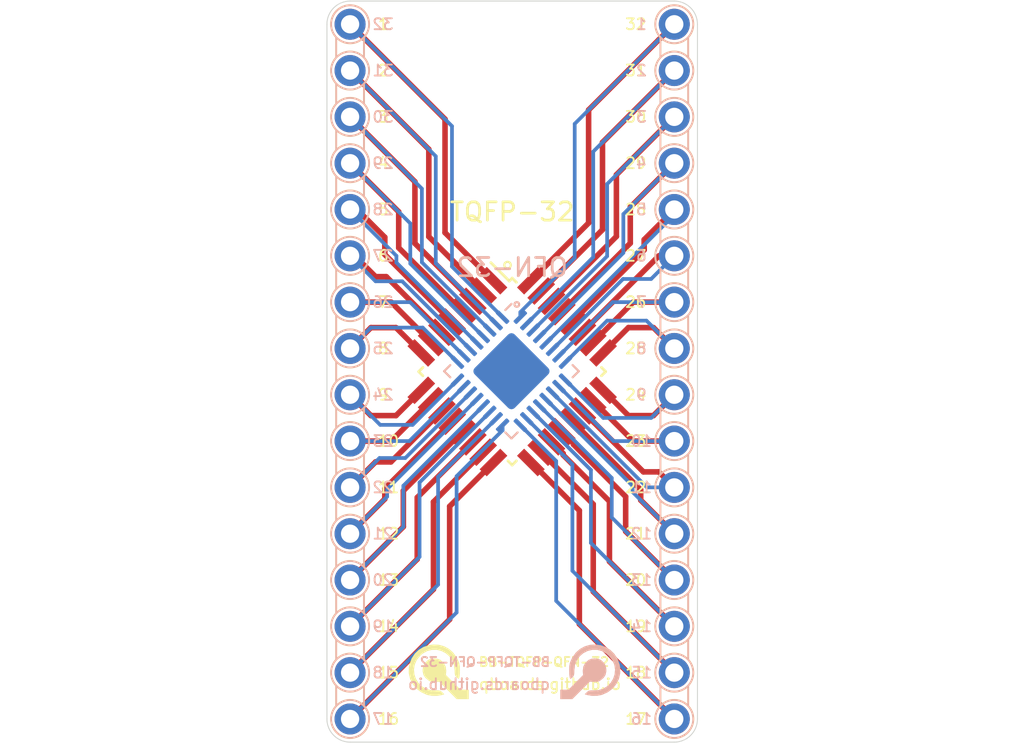
<source format=kicad_pcb>
(kicad_pcb (version 20171130) (host pcbnew "(5.1.2)-1")

  (general
    (thickness 1.2)
    (drawings 18)
    (tracks 204)
    (zones 0)
    (modules 9)
    (nets 33)
  )

  (page A4)
  (title_block
    (title BRD-REF)
    (rev 1)
    (company QBoards)
    (comment 1 "Description of the board")
  )

  (layers
    (0 F.Cu signal)
    (31 B.Cu signal hide)
    (32 B.Adhes user hide)
    (33 F.Adhes user hide)
    (34 B.Paste user hide)
    (35 F.Paste user hide)
    (36 B.SilkS user)
    (37 F.SilkS user hide)
    (38 B.Mask user hide)
    (39 F.Mask user)
    (40 Dwgs.User user hide)
    (41 Cmts.User user hide)
    (42 Eco1.User user hide)
    (43 Eco2.User user hide)
    (44 Edge.Cuts user)
    (45 Margin user hide)
    (46 B.CrtYd user hide)
    (47 F.CrtYd user)
    (48 B.Fab user hide)
    (49 F.Fab user)
  )

  (setup
    (last_trace_width 0.2032)
    (user_trace_width 0.2032)
    (trace_clearance 0.2032)
    (zone_clearance 0.508)
    (zone_45_only no)
    (trace_min 0.1524)
    (via_size 0.8)
    (via_drill 0.4)
    (via_min_size 0.4)
    (via_min_drill 0.3048)
    (uvia_size 0.3)
    (uvia_drill 0.1)
    (uvias_allowed no)
    (uvia_min_size 0.2)
    (uvia_min_drill 0.1)
    (edge_width 0.05)
    (segment_width 0.2)
    (pcb_text_width 0.3)
    (pcb_text_size 1.5 1.5)
    (mod_edge_width 0.12)
    (mod_text_size 1 1)
    (mod_text_width 0.15)
    (pad_size 1.524 1.524)
    (pad_drill 0.762)
    (pad_to_mask_clearance 0.051)
    (solder_mask_min_width 0.25)
    (aux_axis_origin 0 0)
    (visible_elements 7FFFFFFF)
    (pcbplotparams
      (layerselection 0x010fc_ffffffff)
      (usegerberextensions false)
      (usegerberattributes false)
      (usegerberadvancedattributes false)
      (creategerberjobfile false)
      (excludeedgelayer true)
      (linewidth 0.100000)
      (plotframeref false)
      (viasonmask false)
      (mode 1)
      (useauxorigin false)
      (hpglpennumber 1)
      (hpglpenspeed 20)
      (hpglpendiameter 15.000000)
      (psnegative false)
      (psa4output false)
      (plotreference true)
      (plotvalue true)
      (plotinvisibletext false)
      (padsonsilk false)
      (subtractmaskfromsilk false)
      (outputformat 1)
      (mirror false)
      (drillshape 0)
      (scaleselection 1)
      (outputdirectory "output/"))
  )

  (net 0 "")
  (net 1 "Net-(J1-Pad7)")
  (net 2 "Net-(J1-Pad6)")
  (net 3 "Net-(J1-Pad5)")
  (net 4 "Net-(J1-Pad4)")
  (net 5 "Net-(J1-Pad3)")
  (net 6 "Net-(J1-Pad2)")
  (net 7 "Net-(J1-Pad1)")
  (net 8 "Net-(J1-Pad8)")
  (net 9 "Net-(J2-Pad8)")
  (net 10 "Net-(J2-Pad1)")
  (net 11 "Net-(J2-Pad2)")
  (net 12 "Net-(J2-Pad3)")
  (net 13 "Net-(J2-Pad4)")
  (net 14 "Net-(J2-Pad5)")
  (net 15 "Net-(J2-Pad6)")
  (net 16 "Net-(J2-Pad7)")
  (net 17 "Net-(J3-Pad8)")
  (net 18 "Net-(J3-Pad1)")
  (net 19 "Net-(J3-Pad2)")
  (net 20 "Net-(J3-Pad3)")
  (net 21 "Net-(J3-Pad4)")
  (net 22 "Net-(J3-Pad5)")
  (net 23 "Net-(J3-Pad6)")
  (net 24 "Net-(J3-Pad7)")
  (net 25 "Net-(J4-Pad8)")
  (net 26 "Net-(J4-Pad1)")
  (net 27 "Net-(J4-Pad2)")
  (net 28 "Net-(J4-Pad3)")
  (net 29 "Net-(J4-Pad4)")
  (net 30 "Net-(J4-Pad5)")
  (net 31 "Net-(J4-Pad6)")
  (net 32 "Net-(J4-Pad7)")

  (net_class Default "This is the default net class."
    (clearance 0.2032)
    (trace_width 0.3048)
    (via_dia 0.8)
    (via_drill 0.4)
    (uvia_dia 0.3)
    (uvia_drill 0.1)
    (add_net "Net-(J1-Pad1)")
    (add_net "Net-(J1-Pad2)")
    (add_net "Net-(J1-Pad3)")
    (add_net "Net-(J1-Pad4)")
    (add_net "Net-(J1-Pad5)")
    (add_net "Net-(J1-Pad6)")
    (add_net "Net-(J1-Pad7)")
    (add_net "Net-(J1-Pad8)")
    (add_net "Net-(J2-Pad1)")
    (add_net "Net-(J2-Pad2)")
    (add_net "Net-(J2-Pad3)")
    (add_net "Net-(J2-Pad4)")
    (add_net "Net-(J2-Pad5)")
    (add_net "Net-(J2-Pad6)")
    (add_net "Net-(J2-Pad7)")
    (add_net "Net-(J2-Pad8)")
    (add_net "Net-(J3-Pad1)")
    (add_net "Net-(J3-Pad2)")
    (add_net "Net-(J3-Pad3)")
    (add_net "Net-(J3-Pad4)")
    (add_net "Net-(J3-Pad5)")
    (add_net "Net-(J3-Pad6)")
    (add_net "Net-(J3-Pad7)")
    (add_net "Net-(J3-Pad8)")
    (add_net "Net-(J4-Pad1)")
    (add_net "Net-(J4-Pad2)")
    (add_net "Net-(J4-Pad3)")
    (add_net "Net-(J4-Pad4)")
    (add_net "Net-(J4-Pad5)")
    (add_net "Net-(J4-Pad6)")
    (add_net "Net-(J4-Pad7)")
    (add_net "Net-(J4-Pad8)")
    (add_net "Net-(U2-Pad1)")
    (add_net "Net-(U2-Pad10)")
    (add_net "Net-(U2-Pad11)")
    (add_net "Net-(U2-Pad12)")
    (add_net "Net-(U2-Pad13)")
    (add_net "Net-(U2-Pad14)")
    (add_net "Net-(U2-Pad15)")
    (add_net "Net-(U2-Pad16)")
    (add_net "Net-(U2-Pad17)")
    (add_net "Net-(U2-Pad18)")
    (add_net "Net-(U2-Pad19)")
    (add_net "Net-(U2-Pad2)")
    (add_net "Net-(U2-Pad20)")
    (add_net "Net-(U2-Pad21)")
    (add_net "Net-(U2-Pad22)")
    (add_net "Net-(U2-Pad23)")
    (add_net "Net-(U2-Pad24)")
    (add_net "Net-(U2-Pad25)")
    (add_net "Net-(U2-Pad26)")
    (add_net "Net-(U2-Pad27)")
    (add_net "Net-(U2-Pad28)")
    (add_net "Net-(U2-Pad29)")
    (add_net "Net-(U2-Pad3)")
    (add_net "Net-(U2-Pad30)")
    (add_net "Net-(U2-Pad31)")
    (add_net "Net-(U2-Pad32)")
    (add_net "Net-(U2-Pad4)")
    (add_net "Net-(U2-Pad5)")
    (add_net "Net-(U2-Pad6)")
    (add_net "Net-(U2-Pad7)")
    (add_net "Net-(U2-Pad8)")
    (add_net "Net-(U2-Pad9)")
  )

  (net_class Minimal ""
    (clearance 0.1524)
    (trace_width 0.1524)
    (via_dia 0.8)
    (via_drill 0.4)
    (uvia_dia 0.3)
    (uvia_drill 0.1)
  )

  (module qboards_aesthetics:breadboard-guide (layer F.Cu) (tedit 5CF80C42) (tstamp 5DA5A19A)
    (at 97.79 90.17)
    (fp_text reference REF** (at 0.508 1.524 90) (layer F.SilkS) hide
      (effects (font (size 1 1) (thickness 0.15)))
    )
    (fp_text value breadboard-guide (at -5.08 11.43 90) (layer F.Fab) hide
      (effects (font (size 1 1) (thickness 0.15)))
    )
    (fp_circle (center 38.084366 0) (end 38.608 0) (layer F.Fab) (width 0.4))
    (fp_circle (center 35.56 0) (end 36.083634 0) (layer F.Fab) (width 0.4))
    (fp_circle (center 33.02 0) (end 33.543634 0) (layer F.Fab) (width 0.4))
    (fp_circle (center 30.48 0) (end 31.003634 0) (layer F.Fab) (width 0.4))
    (fp_circle (center 27.94 0) (end 28.463634 0) (layer F.Fab) (width 0.4))
    (fp_circle (center 48.244366 0) (end 48.768 0) (layer F.Fab) (width 0.4))
    (fp_circle (center 45.72 0) (end 46.243634 0) (layer F.Fab) (width 0.4))
    (fp_circle (center 0 0) (end 0.523634 0) (layer F.Fab) (width 0.4))
    (fp_circle (center 2.524366 0) (end 3.048 0) (layer F.Fab) (width 0.4))
    (fp_circle (center 20.304366 0) (end 20.828 0) (layer F.Fab) (width 0.4))
    (fp_circle (center 17.78 0) (end 18.303634 0) (layer F.Fab) (width 0.4))
    (fp_circle (center 12.7 0) (end 13.223634 0) (layer F.Fab) (width 0.4))
    (fp_circle (center 15.24 0) (end 15.763634 0) (layer F.Fab) (width 0.4))
    (fp_circle (center 10.16 0) (end 10.683634 0) (layer F.Fab) (width 0.4))
    (fp_circle (center 38.084366 2.54) (end 38.608 2.54) (layer F.Fab) (width 0.4))
    (fp_circle (center 38.084366 5.08) (end 38.608 5.08) (layer F.Fab) (width 0.4))
    (fp_circle (center 38.084366 7.62) (end 38.608 7.62) (layer F.Fab) (width 0.4))
    (fp_circle (center 38.084366 10.16) (end 38.608 10.16) (layer F.Fab) (width 0.4))
    (fp_circle (center 38.084366 12.7) (end 38.608 12.7) (layer F.Fab) (width 0.4))
    (fp_circle (center 38.084366 15.24) (end 38.608 15.24) (layer F.Fab) (width 0.4))
    (fp_circle (center 38.084366 17.78) (end 38.608 17.78) (layer F.Fab) (width 0.4))
    (fp_circle (center 38.084366 20.32) (end 38.608 20.32) (layer F.Fab) (width 0.4))
    (fp_circle (center 38.084366 22.86) (end 38.608 22.86) (layer F.Fab) (width 0.4))
    (fp_circle (center 35.56 2.54) (end 36.083634 2.54) (layer F.Fab) (width 0.4))
    (fp_circle (center 35.56 5.08) (end 36.083634 5.08) (layer F.Fab) (width 0.4))
    (fp_circle (center 35.56 7.62) (end 36.083634 7.62) (layer F.Fab) (width 0.4))
    (fp_circle (center 35.56 10.16) (end 36.083634 10.16) (layer F.Fab) (width 0.4))
    (fp_circle (center 35.56 12.7) (end 36.083634 12.7) (layer F.Fab) (width 0.4))
    (fp_circle (center 35.56 15.24) (end 36.083634 15.24) (layer F.Fab) (width 0.4))
    (fp_circle (center 35.56 17.78) (end 36.083634 17.78) (layer F.Fab) (width 0.4))
    (fp_circle (center 35.56 20.32) (end 36.083634 20.32) (layer F.Fab) (width 0.4))
    (fp_circle (center 35.56 22.86) (end 36.083634 22.86) (layer F.Fab) (width 0.4))
    (fp_circle (center 30.48 2.54) (end 31.003634 2.54) (layer F.Fab) (width 0.4))
    (fp_circle (center 30.48 5.08) (end 31.003634 5.08) (layer F.Fab) (width 0.4))
    (fp_circle (center 30.48 7.62) (end 31.003634 7.62) (layer F.Fab) (width 0.4))
    (fp_circle (center 30.48 10.16) (end 31.003634 10.16) (layer F.Fab) (width 0.4))
    (fp_circle (center 30.48 12.7) (end 31.003634 12.7) (layer F.Fab) (width 0.4))
    (fp_circle (center 30.48 15.24) (end 31.003634 15.24) (layer F.Fab) (width 0.4))
    (fp_circle (center 30.48 17.78) (end 31.003634 17.78) (layer F.Fab) (width 0.4))
    (fp_circle (center 30.48 20.32) (end 31.003634 20.32) (layer F.Fab) (width 0.4))
    (fp_circle (center 30.48 22.86) (end 31.003634 22.86) (layer F.Fab) (width 0.4))
    (fp_circle (center 33.02 2.54) (end 33.543634 2.54) (layer F.Fab) (width 0.4))
    (fp_circle (center 33.02 5.08) (end 33.543634 5.08) (layer F.Fab) (width 0.4))
    (fp_circle (center 33.02 7.62) (end 33.543634 7.62) (layer F.Fab) (width 0.4))
    (fp_circle (center 33.02 10.16) (end 33.543634 10.16) (layer F.Fab) (width 0.4))
    (fp_circle (center 33.02 12.7) (end 33.543634 12.7) (layer F.Fab) (width 0.4))
    (fp_circle (center 33.02 15.24) (end 33.543634 15.24) (layer F.Fab) (width 0.4))
    (fp_circle (center 33.02 17.78) (end 33.543634 17.78) (layer F.Fab) (width 0.4))
    (fp_circle (center 33.02 20.32) (end 33.543634 20.32) (layer F.Fab) (width 0.4))
    (fp_circle (center 33.02 22.86) (end 33.543634 22.86) (layer F.Fab) (width 0.4))
    (fp_circle (center 10.16 2.54) (end 10.683634 2.54) (layer F.Fab) (width 0.4))
    (fp_circle (center 10.16 5.08) (end 10.683634 5.08) (layer F.Fab) (width 0.4))
    (fp_circle (center 10.16 7.62) (end 10.683634 7.62) (layer F.Fab) (width 0.4))
    (fp_circle (center 10.16 10.16) (end 10.683634 10.16) (layer F.Fab) (width 0.4))
    (fp_circle (center 10.16 12.7) (end 10.683634 12.7) (layer F.Fab) (width 0.4))
    (fp_circle (center 10.16 15.24) (end 10.683634 15.24) (layer F.Fab) (width 0.4))
    (fp_circle (center 10.16 17.78) (end 10.683634 17.78) (layer F.Fab) (width 0.4))
    (fp_circle (center 10.16 20.32) (end 10.683634 20.32) (layer F.Fab) (width 0.4))
    (fp_circle (center 10.16 22.86) (end 10.683634 22.86) (layer F.Fab) (width 0.4))
    (fp_circle (center 20.304366 2.54) (end 20.828 2.54) (layer F.Fab) (width 0.4))
    (fp_circle (center 20.304366 5.08) (end 20.828 5.08) (layer F.Fab) (width 0.4))
    (fp_circle (center 20.304366 7.62) (end 20.828 7.62) (layer F.Fab) (width 0.4))
    (fp_circle (center 20.304366 10.16) (end 20.828 10.16) (layer F.Fab) (width 0.4))
    (fp_circle (center 20.304366 12.7) (end 20.828 12.7) (layer F.Fab) (width 0.4))
    (fp_circle (center 20.304366 15.24) (end 20.828 15.24) (layer F.Fab) (width 0.4))
    (fp_circle (center 20.304366 17.78) (end 20.828 17.78) (layer F.Fab) (width 0.4))
    (fp_circle (center 20.304366 20.32) (end 20.828 20.32) (layer F.Fab) (width 0.4))
    (fp_circle (center 20.304366 22.86) (end 20.828 22.86) (layer F.Fab) (width 0.4))
    (fp_circle (center 0 2.54) (end 0.523634 2.54) (layer F.Fab) (width 0.4))
    (fp_circle (center 0 5.08) (end 0.523634 5.08) (layer F.Fab) (width 0.4))
    (fp_circle (center 0 7.62) (end 0.523634 7.62) (layer F.Fab) (width 0.4))
    (fp_circle (center 0 10.16) (end 0.523634 10.16) (layer F.Fab) (width 0.4))
    (fp_circle (center 0 12.7) (end 0.523634 12.7) (layer F.Fab) (width 0.4))
    (fp_circle (center 0 15.24) (end 0.523634 15.24) (layer F.Fab) (width 0.4))
    (fp_circle (center 0 17.78) (end 0.523634 17.78) (layer F.Fab) (width 0.4))
    (fp_circle (center 0 20.32) (end 0.523634 20.32) (layer F.Fab) (width 0.4))
    (fp_circle (center 0 22.86) (end 0.523634 22.86) (layer F.Fab) (width 0.4))
    (fp_circle (center 45.72 2.54) (end 46.243634 2.54) (layer F.Fab) (width 0.4))
    (fp_circle (center 45.72 5.08) (end 46.243634 5.08) (layer F.Fab) (width 0.4))
    (fp_circle (center 45.72 7.62) (end 46.243634 7.62) (layer F.Fab) (width 0.4))
    (fp_circle (center 45.72 10.16) (end 46.243634 10.16) (layer F.Fab) (width 0.4))
    (fp_circle (center 45.72 12.7) (end 46.243634 12.7) (layer F.Fab) (width 0.4))
    (fp_circle (center 45.72 15.24) (end 46.243634 15.24) (layer F.Fab) (width 0.4))
    (fp_circle (center 45.72 17.78) (end 46.243634 17.78) (layer F.Fab) (width 0.4))
    (fp_circle (center 45.72 20.32) (end 46.243634 20.32) (layer F.Fab) (width 0.4))
    (fp_circle (center 45.72 22.86) (end 46.243634 22.86) (layer F.Fab) (width 0.4))
    (fp_circle (center 48.244366 2.54) (end 48.768 2.54) (layer F.Fab) (width 0.4))
    (fp_circle (center 48.244366 5.08) (end 48.768 5.08) (layer F.Fab) (width 0.4))
    (fp_circle (center 48.244366 7.62) (end 48.768 7.62) (layer F.Fab) (width 0.4))
    (fp_circle (center 48.244366 10.16) (end 48.768 10.16) (layer F.Fab) (width 0.4))
    (fp_circle (center 48.244366 12.7) (end 48.768 12.7) (layer F.Fab) (width 0.4))
    (fp_circle (center 48.244366 15.24) (end 48.768 15.24) (layer F.Fab) (width 0.4))
    (fp_circle (center 48.244366 17.78) (end 48.768 17.78) (layer F.Fab) (width 0.4))
    (fp_circle (center 48.244366 20.32) (end 48.768 20.32) (layer F.Fab) (width 0.4))
    (fp_circle (center 48.244366 22.86) (end 48.768 22.86) (layer F.Fab) (width 0.4))
    (fp_circle (center 17.78 2.54) (end 18.303634 2.54) (layer F.Fab) (width 0.4))
    (fp_circle (center 17.78 5.08) (end 18.303634 5.08) (layer F.Fab) (width 0.4))
    (fp_circle (center 17.78 7.62) (end 18.303634 7.62) (layer F.Fab) (width 0.4))
    (fp_circle (center 17.78 10.16) (end 18.303634 10.16) (layer F.Fab) (width 0.4))
    (fp_circle (center 17.78 12.7) (end 18.303634 12.7) (layer F.Fab) (width 0.4))
    (fp_circle (center 17.78 15.24) (end 18.303634 15.24) (layer F.Fab) (width 0.4))
    (fp_circle (center 17.78 17.78) (end 18.303634 17.78) (layer F.Fab) (width 0.4))
    (fp_circle (center 17.78 20.32) (end 18.303634 20.32) (layer F.Fab) (width 0.4))
    (fp_circle (center 17.78 22.86) (end 18.303634 22.86) (layer F.Fab) (width 0.4))
    (fp_circle (center 12.7 2.54) (end 13.223634 2.54) (layer F.Fab) (width 0.4))
    (fp_circle (center 12.7 5.08) (end 13.223634 5.08) (layer F.Fab) (width 0.4))
    (fp_circle (center 12.7 7.62) (end 13.223634 7.62) (layer F.Fab) (width 0.4))
    (fp_circle (center 12.7 10.16) (end 13.223634 10.16) (layer F.Fab) (width 0.4))
    (fp_circle (center 12.7 12.7) (end 13.223634 12.7) (layer F.Fab) (width 0.4))
    (fp_circle (center 12.7 15.24) (end 13.223634 15.24) (layer F.Fab) (width 0.4))
    (fp_circle (center 12.7 17.78) (end 13.223634 17.78) (layer F.Fab) (width 0.4))
    (fp_circle (center 12.7 20.32) (end 13.223634 20.32) (layer F.Fab) (width 0.4))
    (fp_circle (center 12.7 22.86) (end 13.223634 22.86) (layer F.Fab) (width 0.4))
    (fp_circle (center 2.524366 2.54) (end 3.048 2.54) (layer F.Fab) (width 0.4))
    (fp_circle (center 2.524366 5.08) (end 3.048 5.08) (layer F.Fab) (width 0.4))
    (fp_circle (center 2.524366 7.62) (end 3.048 7.62) (layer F.Fab) (width 0.4))
    (fp_circle (center 2.524366 10.16) (end 3.048 10.16) (layer F.Fab) (width 0.4))
    (fp_circle (center 2.524366 12.7) (end 3.048 12.7) (layer F.Fab) (width 0.4))
    (fp_circle (center 2.524366 15.24) (end 3.048 15.24) (layer F.Fab) (width 0.4))
    (fp_circle (center 2.524366 17.78) (end 3.048 17.78) (layer F.Fab) (width 0.4))
    (fp_circle (center 2.524366 20.32) (end 3.048 20.32) (layer F.Fab) (width 0.4))
    (fp_circle (center 2.524366 22.86) (end 3.048 22.86) (layer F.Fab) (width 0.4))
    (fp_circle (center 27.94 2.54) (end 28.463634 2.54) (layer F.Fab) (width 0.4))
    (fp_circle (center 27.94 5.08) (end 28.463634 5.08) (layer F.Fab) (width 0.4))
    (fp_circle (center 27.94 7.62) (end 28.463634 7.62) (layer F.Fab) (width 0.4))
    (fp_circle (center 27.94 10.16) (end 28.463634 10.16) (layer F.Fab) (width 0.4))
    (fp_circle (center 27.94 12.7) (end 28.463634 12.7) (layer F.Fab) (width 0.4))
    (fp_circle (center 27.94 15.24) (end 28.463634 15.24) (layer F.Fab) (width 0.4))
    (fp_circle (center 27.94 17.78) (end 28.463634 17.78) (layer F.Fab) (width 0.4))
    (fp_circle (center 27.94 20.32) (end 28.463634 20.32) (layer F.Fab) (width 0.4))
    (fp_circle (center 27.94 22.86) (end 28.463634 22.86) (layer F.Fab) (width 0.4))
    (fp_circle (center 15.24 2.54) (end 15.763634 2.54) (layer F.Fab) (width 0.4))
    (fp_circle (center 15.24 5.08) (end 15.763634 5.08) (layer F.Fab) (width 0.4))
    (fp_circle (center 15.24 7.62) (end 15.763634 7.62) (layer F.Fab) (width 0.4))
    (fp_circle (center 15.24 10.16) (end 15.763634 10.16) (layer F.Fab) (width 0.4))
    (fp_circle (center 15.24 12.7) (end 15.763634 12.7) (layer F.Fab) (width 0.4))
    (fp_circle (center 15.24 15.24) (end 15.763634 15.24) (layer F.Fab) (width 0.4))
    (fp_circle (center 15.24 17.78) (end 15.763634 17.78) (layer F.Fab) (width 0.4))
    (fp_circle (center 15.24 20.32) (end 15.763634 20.32) (layer F.Fab) (width 0.4))
    (fp_circle (center 15.24 22.86) (end 15.763634 22.86) (layer F.Fab) (width 0.4))
    (fp_line (start -3.81 24.13) (end -3.81 -1.27) (layer F.Fab) (width 0.3))
    (fp_line (start 52.07 24.13) (end 52.07 -1.27) (layer F.Fab) (width 0.3))
  )

  (module Package_DFN_QFN:QFN-32-1EP_5x5mm_P0.5mm_EP3.1x3.1mm (layer B.Cu) (tedit 5B4E60CE) (tstamp 5DA5FB34)
    (at 121.87999 101.578136 225)
    (descr "QFN, 32 Pin (http://ww1.microchip.com/downloads/en/DeviceDoc/8008S.pdf (Page 20)), generated with kicad-footprint-generator ipc_dfn_qfn_generator.py")
    (tags "QFN DFN_QFN")
    (path /5DB9C124)
    (attr smd)
    (fp_text reference QFN-32 (at -4.053946 3.997364 180) (layer B.SilkS)
      (effects (font (size 1 1) (thickness 0.15)) (justify mirror))
    )
    (fp_text value IC-32Q (at 0 -3.82 45) (layer B.Fab)
      (effects (font (size 1 1) (thickness 0.15)) (justify mirror))
    )
    (fp_line (start 2.135 2.61) (end 2.61 2.61) (layer B.SilkS) (width 0.12))
    (fp_line (start 2.61 2.61) (end 2.61 2.135) (layer B.SilkS) (width 0.12))
    (fp_line (start -2.135 -2.61) (end -2.61 -2.61) (layer B.SilkS) (width 0.12))
    (fp_line (start -2.61 -2.61) (end -2.61 -2.135) (layer B.SilkS) (width 0.12))
    (fp_line (start 2.135 -2.61) (end 2.61 -2.61) (layer B.SilkS) (width 0.12))
    (fp_line (start 2.61 -2.61) (end 2.61 -2.135) (layer B.SilkS) (width 0.12))
    (fp_line (start -2.135 2.61) (end -2.61 2.61) (layer B.SilkS) (width 0.12))
    (fp_line (start -1.5 2.5) (end 2.5 2.5) (layer B.Fab) (width 0.1))
    (fp_line (start 2.5 2.5) (end 2.5 -2.5) (layer B.Fab) (width 0.1))
    (fp_line (start 2.5 -2.5) (end -2.5 -2.5) (layer B.Fab) (width 0.1))
    (fp_line (start -2.5 -2.5) (end -2.5 1.5) (layer B.Fab) (width 0.1))
    (fp_line (start -2.5 1.5) (end -1.5 2.5) (layer B.Fab) (width 0.1))
    (fp_line (start -3.12 3.12) (end -3.12 -3.12) (layer B.CrtYd) (width 0.05))
    (fp_line (start -3.12 -3.12) (end 3.12 -3.12) (layer B.CrtYd) (width 0.05))
    (fp_line (start 3.12 -3.12) (end 3.12 3.12) (layer B.CrtYd) (width 0.05))
    (fp_line (start 3.12 3.12) (end -3.12 3.12) (layer B.CrtYd) (width 0.05))
    (fp_text user %R (at 0 0 45) (layer B.Fab)
      (effects (font (size 1 1) (thickness 0.15)) (justify mirror))
    )
    (pad 33 smd roundrect (at 0 0 225) (size 3.1 3.1) (layers B.Cu B.Mask) (roundrect_rratio 0.08064499999999999))
    (pad "" smd roundrect (at -1.03 1.03 225) (size 0.83 0.83) (layers B.Paste) (roundrect_rratio 0.25))
    (pad "" smd roundrect (at -1.03 0 225) (size 0.83 0.83) (layers B.Paste) (roundrect_rratio 0.25))
    (pad "" smd roundrect (at -1.03 -1.03 225) (size 0.83 0.83) (layers B.Paste) (roundrect_rratio 0.25))
    (pad "" smd roundrect (at 0 1.03 225) (size 0.83 0.83) (layers B.Paste) (roundrect_rratio 0.25))
    (pad "" smd roundrect (at 0 0 225) (size 0.83 0.83) (layers B.Paste) (roundrect_rratio 0.25))
    (pad "" smd roundrect (at 0 -1.03 225) (size 0.83 0.83) (layers B.Paste) (roundrect_rratio 0.25))
    (pad "" smd roundrect (at 1.03 1.03 225) (size 0.83 0.83) (layers B.Paste) (roundrect_rratio 0.25))
    (pad "" smd roundrect (at 1.03 0 225) (size 0.83 0.83) (layers B.Paste) (roundrect_rratio 0.25))
    (pad "" smd roundrect (at 1.03 -1.03 225) (size 0.83 0.83) (layers B.Paste) (roundrect_rratio 0.25))
    (pad 1 smd roundrect (at -2.4375 1.75 225) (size 0.875 0.25) (layers B.Cu B.Paste B.Mask) (roundrect_rratio 0.25)
      (net 25 "Net-(J4-Pad8)"))
    (pad 2 smd roundrect (at -2.4375 1.25 225) (size 0.875 0.25) (layers B.Cu B.Paste B.Mask) (roundrect_rratio 0.25)
      (net 32 "Net-(J4-Pad7)"))
    (pad 3 smd roundrect (at -2.4375 0.75 225) (size 0.875 0.25) (layers B.Cu B.Paste B.Mask) (roundrect_rratio 0.25)
      (net 31 "Net-(J4-Pad6)"))
    (pad 4 smd roundrect (at -2.4375 0.25 225) (size 0.875 0.25) (layers B.Cu B.Paste B.Mask) (roundrect_rratio 0.25)
      (net 30 "Net-(J4-Pad5)"))
    (pad 5 smd roundrect (at -2.4375 -0.25 225) (size 0.875 0.25) (layers B.Cu B.Paste B.Mask) (roundrect_rratio 0.25)
      (net 29 "Net-(J4-Pad4)"))
    (pad 6 smd roundrect (at -2.4375 -0.75 225) (size 0.875 0.25) (layers B.Cu B.Paste B.Mask) (roundrect_rratio 0.25)
      (net 28 "Net-(J4-Pad3)"))
    (pad 7 smd roundrect (at -2.4375 -1.25 225) (size 0.875 0.25) (layers B.Cu B.Paste B.Mask) (roundrect_rratio 0.25)
      (net 27 "Net-(J4-Pad2)"))
    (pad 8 smd roundrect (at -2.4375 -1.75 225) (size 0.875 0.25) (layers B.Cu B.Paste B.Mask) (roundrect_rratio 0.25)
      (net 26 "Net-(J4-Pad1)"))
    (pad 9 smd roundrect (at -1.75 -2.4375 225) (size 0.25 0.875) (layers B.Cu B.Paste B.Mask) (roundrect_rratio 0.25)
      (net 17 "Net-(J3-Pad8)"))
    (pad 10 smd roundrect (at -1.25 -2.4375 225) (size 0.25 0.875) (layers B.Cu B.Paste B.Mask) (roundrect_rratio 0.25)
      (net 24 "Net-(J3-Pad7)"))
    (pad 11 smd roundrect (at -0.75 -2.4375 225) (size 0.25 0.875) (layers B.Cu B.Paste B.Mask) (roundrect_rratio 0.25)
      (net 23 "Net-(J3-Pad6)"))
    (pad 12 smd roundrect (at -0.25 -2.4375 225) (size 0.25 0.875) (layers B.Cu B.Paste B.Mask) (roundrect_rratio 0.25)
      (net 22 "Net-(J3-Pad5)"))
    (pad 13 smd roundrect (at 0.25 -2.4375 225) (size 0.25 0.875) (layers B.Cu B.Paste B.Mask) (roundrect_rratio 0.25)
      (net 21 "Net-(J3-Pad4)"))
    (pad 14 smd roundrect (at 0.75 -2.4375 225) (size 0.25 0.875) (layers B.Cu B.Paste B.Mask) (roundrect_rratio 0.25)
      (net 20 "Net-(J3-Pad3)"))
    (pad 15 smd roundrect (at 1.25 -2.4375 225) (size 0.25 0.875) (layers B.Cu B.Paste B.Mask) (roundrect_rratio 0.25)
      (net 19 "Net-(J3-Pad2)"))
    (pad 16 smd roundrect (at 1.75 -2.4375 225) (size 0.25 0.875) (layers B.Cu B.Paste B.Mask) (roundrect_rratio 0.25)
      (net 18 "Net-(J3-Pad1)"))
    (pad 17 smd roundrect (at 2.4375 -1.75 225) (size 0.875 0.25) (layers B.Cu B.Paste B.Mask) (roundrect_rratio 0.25)
      (net 9 "Net-(J2-Pad8)"))
    (pad 18 smd roundrect (at 2.4375 -1.25 225) (size 0.875 0.25) (layers B.Cu B.Paste B.Mask) (roundrect_rratio 0.25)
      (net 16 "Net-(J2-Pad7)"))
    (pad 19 smd roundrect (at 2.4375 -0.75 225) (size 0.875 0.25) (layers B.Cu B.Paste B.Mask) (roundrect_rratio 0.25)
      (net 15 "Net-(J2-Pad6)"))
    (pad 20 smd roundrect (at 2.4375 -0.25 225) (size 0.875 0.25) (layers B.Cu B.Paste B.Mask) (roundrect_rratio 0.25)
      (net 14 "Net-(J2-Pad5)"))
    (pad 21 smd roundrect (at 2.4375 0.25 225) (size 0.875 0.25) (layers B.Cu B.Paste B.Mask) (roundrect_rratio 0.25)
      (net 13 "Net-(J2-Pad4)"))
    (pad 22 smd roundrect (at 2.4375 0.75 225) (size 0.875 0.25) (layers B.Cu B.Paste B.Mask) (roundrect_rratio 0.25)
      (net 12 "Net-(J2-Pad3)"))
    (pad 23 smd roundrect (at 2.4375 1.25 225) (size 0.875 0.25) (layers B.Cu B.Paste B.Mask) (roundrect_rratio 0.25)
      (net 11 "Net-(J2-Pad2)"))
    (pad 24 smd roundrect (at 2.4375 1.75 225) (size 0.875 0.25) (layers B.Cu B.Paste B.Mask) (roundrect_rratio 0.25)
      (net 10 "Net-(J2-Pad1)"))
    (pad 25 smd roundrect (at 1.75 2.4375 225) (size 0.25 0.875) (layers B.Cu B.Paste B.Mask) (roundrect_rratio 0.25)
      (net 8 "Net-(J1-Pad8)"))
    (pad 26 smd roundrect (at 1.25 2.4375 225) (size 0.25 0.875) (layers B.Cu B.Paste B.Mask) (roundrect_rratio 0.25)
      (net 1 "Net-(J1-Pad7)"))
    (pad 27 smd roundrect (at 0.75 2.4375 225) (size 0.25 0.875) (layers B.Cu B.Paste B.Mask) (roundrect_rratio 0.25)
      (net 2 "Net-(J1-Pad6)"))
    (pad 28 smd roundrect (at 0.25 2.4375 225) (size 0.25 0.875) (layers B.Cu B.Paste B.Mask) (roundrect_rratio 0.25)
      (net 3 "Net-(J1-Pad5)"))
    (pad 29 smd roundrect (at -0.25 2.4375 225) (size 0.25 0.875) (layers B.Cu B.Paste B.Mask) (roundrect_rratio 0.25)
      (net 4 "Net-(J1-Pad4)"))
    (pad 30 smd roundrect (at -0.75 2.4375 225) (size 0.25 0.875) (layers B.Cu B.Paste B.Mask) (roundrect_rratio 0.25)
      (net 5 "Net-(J1-Pad3)"))
    (pad 31 smd roundrect (at -1.25 2.4375 225) (size 0.25 0.875) (layers B.Cu B.Paste B.Mask) (roundrect_rratio 0.25)
      (net 6 "Net-(J1-Pad2)"))
    (pad 32 smd roundrect (at -1.75 2.4375 225) (size 0.25 0.875) (layers B.Cu B.Paste B.Mask) (roundrect_rratio 0.25)
      (net 7 "Net-(J1-Pad1)"))
    (model ${KISYS3DMOD}/Package_DFN_QFN.3dshapes/QFN-32-1EP_5x5mm_P0.5mm_EP3.1x3.1mm.wrl
      (at (xyz 0 0 0))
      (scale (xyz 1 1 1))
      (rotate (xyz 0 0 0))
    )
  )

  (module Package_QFP:TQFP-32_7x7mm_P0.8mm (layer F.Cu) (tedit 5A02F146) (tstamp 5DA5799D)
    (at 121.92 101.6 315)
    (descr "32-Lead Plastic Thin Quad Flatpack (PT) - 7x7x1.0 mm Body, 2.00 mm [TQFP] (see Microchip Packaging Specification 00000049BS.pdf)")
    (tags "QFP 0.8")
    (path /5DB9B254)
    (attr smd)
    (fp_text reference TQFP-32 (at -6.196377 -6.196377 180) (layer F.SilkS)
      (effects (font (size 1 1) (thickness 0.15)))
    )
    (fp_text value IC-32Q (at 0 6.05 135) (layer F.Fab)
      (effects (font (size 1 1) (thickness 0.15)))
    )
    (fp_line (start -3.625 -3.4) (end -5.05 -3.4) (layer F.SilkS) (width 0.15))
    (fp_line (start 3.625 -3.625) (end 3.3 -3.625) (layer F.SilkS) (width 0.15))
    (fp_line (start 3.625 3.625) (end 3.3 3.625) (layer F.SilkS) (width 0.15))
    (fp_line (start -3.625 3.625) (end -3.3 3.625) (layer F.SilkS) (width 0.15))
    (fp_line (start -3.625 -3.625) (end -3.3 -3.625) (layer F.SilkS) (width 0.15))
    (fp_line (start -3.625 3.625) (end -3.625 3.3) (layer F.SilkS) (width 0.15))
    (fp_line (start 3.625 3.625) (end 3.625 3.3) (layer F.SilkS) (width 0.15))
    (fp_line (start 3.625 -3.625) (end 3.625 -3.3) (layer F.SilkS) (width 0.15))
    (fp_line (start -3.625 -3.625) (end -3.625 -3.4) (layer F.SilkS) (width 0.15))
    (fp_line (start -5.3 5.3) (end 5.3 5.3) (layer F.CrtYd) (width 0.05))
    (fp_line (start -5.3 -5.3) (end 5.3 -5.3) (layer F.CrtYd) (width 0.05))
    (fp_line (start 5.3 -5.3) (end 5.3 5.3) (layer F.CrtYd) (width 0.05))
    (fp_line (start -5.3 -5.3) (end -5.3 5.3) (layer F.CrtYd) (width 0.05))
    (fp_line (start -3.5 -2.5) (end -2.5 -3.5) (layer F.Fab) (width 0.15))
    (fp_line (start -3.5 3.5) (end -3.5 -2.5) (layer F.Fab) (width 0.15))
    (fp_line (start 3.5 3.5) (end -3.5 3.5) (layer F.Fab) (width 0.15))
    (fp_line (start 3.5 -3.5) (end 3.5 3.5) (layer F.Fab) (width 0.15))
    (fp_line (start -2.5 -3.5) (end 3.5 -3.5) (layer F.Fab) (width 0.15))
    (fp_text user %R (at 0 0 135) (layer F.Fab)
      (effects (font (size 1 1) (thickness 0.15)))
    )
    (pad 32 smd rect (at -2.8 -4.25 45) (size 1.6 0.55) (layers F.Cu F.Paste F.Mask)
      (net 25 "Net-(J4-Pad8)"))
    (pad 31 smd rect (at -2 -4.25 45) (size 1.6 0.55) (layers F.Cu F.Paste F.Mask)
      (net 32 "Net-(J4-Pad7)"))
    (pad 30 smd rect (at -1.2 -4.25 45) (size 1.6 0.55) (layers F.Cu F.Paste F.Mask)
      (net 31 "Net-(J4-Pad6)"))
    (pad 29 smd rect (at -0.4 -4.25 45) (size 1.6 0.55) (layers F.Cu F.Paste F.Mask)
      (net 30 "Net-(J4-Pad5)"))
    (pad 28 smd rect (at 0.4 -4.25 45) (size 1.6 0.55) (layers F.Cu F.Paste F.Mask)
      (net 29 "Net-(J4-Pad4)"))
    (pad 27 smd rect (at 1.2 -4.25 45) (size 1.6 0.55) (layers F.Cu F.Paste F.Mask)
      (net 28 "Net-(J4-Pad3)"))
    (pad 26 smd rect (at 2 -4.25 45) (size 1.6 0.55) (layers F.Cu F.Paste F.Mask)
      (net 27 "Net-(J4-Pad2)"))
    (pad 25 smd rect (at 2.8 -4.25 45) (size 1.6 0.55) (layers F.Cu F.Paste F.Mask)
      (net 26 "Net-(J4-Pad1)"))
    (pad 24 smd rect (at 4.25 -2.8 315) (size 1.6 0.55) (layers F.Cu F.Paste F.Mask)
      (net 17 "Net-(J3-Pad8)"))
    (pad 23 smd rect (at 4.25 -2 315) (size 1.6 0.55) (layers F.Cu F.Paste F.Mask)
      (net 24 "Net-(J3-Pad7)"))
    (pad 22 smd rect (at 4.25 -1.2 315) (size 1.6 0.55) (layers F.Cu F.Paste F.Mask)
      (net 23 "Net-(J3-Pad6)"))
    (pad 21 smd rect (at 4.25 -0.4 315) (size 1.6 0.55) (layers F.Cu F.Paste F.Mask)
      (net 22 "Net-(J3-Pad5)"))
    (pad 20 smd rect (at 4.25 0.4 315) (size 1.6 0.55) (layers F.Cu F.Paste F.Mask)
      (net 21 "Net-(J3-Pad4)"))
    (pad 19 smd rect (at 4.25 1.2 315) (size 1.6 0.55) (layers F.Cu F.Paste F.Mask)
      (net 20 "Net-(J3-Pad3)"))
    (pad 18 smd rect (at 4.25 2 315) (size 1.6 0.55) (layers F.Cu F.Paste F.Mask)
      (net 19 "Net-(J3-Pad2)"))
    (pad 17 smd rect (at 4.25 2.8 315) (size 1.6 0.55) (layers F.Cu F.Paste F.Mask)
      (net 18 "Net-(J3-Pad1)"))
    (pad 16 smd rect (at 2.8 4.25 45) (size 1.6 0.55) (layers F.Cu F.Paste F.Mask)
      (net 9 "Net-(J2-Pad8)"))
    (pad 15 smd rect (at 2 4.25 45) (size 1.6 0.55) (layers F.Cu F.Paste F.Mask)
      (net 16 "Net-(J2-Pad7)"))
    (pad 14 smd rect (at 1.2 4.25 45) (size 1.6 0.55) (layers F.Cu F.Paste F.Mask)
      (net 15 "Net-(J2-Pad6)"))
    (pad 13 smd rect (at 0.4 4.25 45) (size 1.6 0.55) (layers F.Cu F.Paste F.Mask)
      (net 14 "Net-(J2-Pad5)"))
    (pad 12 smd rect (at -0.4 4.25 45) (size 1.6 0.55) (layers F.Cu F.Paste F.Mask)
      (net 13 "Net-(J2-Pad4)"))
    (pad 11 smd rect (at -1.2 4.25 45) (size 1.6 0.55) (layers F.Cu F.Paste F.Mask)
      (net 12 "Net-(J2-Pad3)"))
    (pad 10 smd rect (at -2 4.25 45) (size 1.6 0.55) (layers F.Cu F.Paste F.Mask)
      (net 11 "Net-(J2-Pad2)"))
    (pad 9 smd rect (at -2.8 4.25 45) (size 1.6 0.55) (layers F.Cu F.Paste F.Mask)
      (net 10 "Net-(J2-Pad1)"))
    (pad 8 smd rect (at -4.25 2.8 315) (size 1.6 0.55) (layers F.Cu F.Paste F.Mask)
      (net 8 "Net-(J1-Pad8)"))
    (pad 7 smd rect (at -4.25 2 315) (size 1.6 0.55) (layers F.Cu F.Paste F.Mask)
      (net 1 "Net-(J1-Pad7)"))
    (pad 6 smd rect (at -4.25 1.2 315) (size 1.6 0.55) (layers F.Cu F.Paste F.Mask)
      (net 2 "Net-(J1-Pad6)"))
    (pad 5 smd rect (at -4.25 0.4 315) (size 1.6 0.55) (layers F.Cu F.Paste F.Mask)
      (net 3 "Net-(J1-Pad5)"))
    (pad 4 smd rect (at -4.25 -0.4 315) (size 1.6 0.55) (layers F.Cu F.Paste F.Mask)
      (net 4 "Net-(J1-Pad4)"))
    (pad 3 smd rect (at -4.25 -1.2 315) (size 1.6 0.55) (layers F.Cu F.Paste F.Mask)
      (net 5 "Net-(J1-Pad3)"))
    (pad 2 smd rect (at -4.25 -2 315) (size 1.6 0.55) (layers F.Cu F.Paste F.Mask)
      (net 6 "Net-(J1-Pad2)"))
    (pad 1 smd rect (at -4.25 -2.8 315) (size 1.6 0.55) (layers F.Cu F.Paste F.Mask)
      (net 7 "Net-(J1-Pad1)"))
    (model ${KISYS3DMOD}/Package_QFP.3dshapes/TQFP-32_7x7mm_P0.8mm.wrl
      (at (xyz 0 0 0))
      (scale (xyz 1 1 1))
      (rotate (xyz 0 0 0))
    )
  )

  (module qboards_connectors:PinHeader_1x08_P2.54mm_Vertical_dual (layer F.Cu) (tedit 5DA322A8) (tstamp 5DA57966)
    (at 130.81 100.33 180)
    (descr "Through hole straight pin header, 1x07, 2.54mm pitch, single row")
    (tags "Through hole pin header THT 1x07 2.54mm single row")
    (path /5DBA3F3C)
    (fp_text reference J4 (at -0.0508 -1.8288) (layer F.SilkS) hide
      (effects (font (size 0.6 0.6) (thickness 0.1)))
    )
    (fp_text value Conn_01x08_Male (at -0.0508 20.2946) (layer B.Fab) hide
      (effects (font (size 1 1) (thickness 0.15)) (justify mirror))
    )
    (fp_text user 1 (at 1.8034 17.78) (layer B.SilkS)
      (effects (font (size 0.6 0.6) (thickness 0.1)) (justify mirror))
    )
    (fp_text user 2 (at 1.8034 15.24) (layer B.SilkS)
      (effects (font (size 0.6 0.6) (thickness 0.1)) (justify mirror))
    )
    (fp_text user 3 (at 1.8034 12.7) (layer B.SilkS)
      (effects (font (size 0.6 0.6) (thickness 0.1)) (justify mirror))
    )
    (fp_text user 4 (at 1.8034 10.16) (layer B.SilkS)
      (effects (font (size 0.6 0.6) (thickness 0.1)) (justify mirror))
    )
    (fp_text user 5 (at 1.8034 7.62) (layer B.SilkS)
      (effects (font (size 0.6 0.6) (thickness 0.1)) (justify mirror))
    )
    (fp_text user 6 (at 1.8034 5.08) (layer B.SilkS)
      (effects (font (size 0.6 0.6) (thickness 0.1)) (justify mirror))
    )
    (fp_text user 7 (at 1.8034 2.54) (layer B.SilkS)
      (effects (font (size 0.6 0.6) (thickness 0.1)) (justify mirror))
    )
    (fp_text user 8 (at 1.8034 0) (layer B.SilkS)
      (effects (font (size 0.6 0.6) (thickness 0.1)) (justify mirror))
    )
    (fp_line (start 0.762 15.9766) (end 0.762 17.0434) (layer B.SilkS) (width 0.1))
    (fp_line (start 0.762 13.4366) (end 0.762 14.5034) (layer B.SilkS) (width 0.1))
    (fp_line (start 0.762 10.8966) (end 0.762 11.9634) (layer B.SilkS) (width 0.1))
    (fp_line (start 0.762 8.3566) (end 0.762 9.4234) (layer B.SilkS) (width 0.1))
    (fp_line (start 0.762 5.8166) (end 0.762 6.8834) (layer B.SilkS) (width 0.1))
    (fp_line (start 0.762 3.2766) (end 0.762 4.3434) (layer B.SilkS) (width 0.1))
    (fp_line (start -0.762 15.9766) (end -0.762 17.0434) (layer B.SilkS) (width 0.1))
    (fp_line (start -0.762 13.4366) (end -0.762 14.5034) (layer B.SilkS) (width 0.1))
    (fp_line (start -0.762 10.8966) (end -0.762 11.9634) (layer B.SilkS) (width 0.1))
    (fp_line (start -0.762 8.3566) (end -0.762 9.4234) (layer B.SilkS) (width 0.1))
    (fp_line (start -0.762 5.8166) (end -0.762 6.8834) (layer B.SilkS) (width 0.1))
    (fp_line (start -0.762 3.2766) (end -0.762 4.3434) (layer B.SilkS) (width 0.1))
    (fp_circle (center 0 17.78) (end 0.0254 16.7386) (layer B.SilkS) (width 0.1))
    (fp_circle (center 0 15.24) (end 0.0254 14.1986) (layer B.SilkS) (width 0.1))
    (fp_circle (center 0 12.7) (end 0.0254 11.6586) (layer B.SilkS) (width 0.1))
    (fp_circle (center 0 10.16) (end 0.0254 9.1186) (layer B.SilkS) (width 0.1))
    (fp_circle (center 0 7.62) (end 0.0254 6.5786) (layer B.SilkS) (width 0.1))
    (fp_circle (center 0 5.08) (end 0.0254 4.0386) (layer B.SilkS) (width 0.1))
    (fp_circle (center 0 2.54) (end 0.0254 1.4986) (layer B.SilkS) (width 0.1))
    (fp_line (start 0.762 0.7366) (end 0.762 1.8034) (layer B.SilkS) (width 0.1))
    (fp_line (start -0.762 0.7366) (end -0.762 1.8034) (layer B.SilkS) (width 0.1))
    (fp_circle (center 0 0) (end 0.0254 -1.0414) (layer B.SilkS) (width 0.1))
    (fp_line (start -0.762 16.002) (end -0.762 17.018) (layer F.SilkS) (width 0.1))
    (fp_line (start 0.762 16.002) (end 0.762 17.018) (layer F.SilkS) (width 0.1))
    (fp_circle (center 0 17.78) (end 0.8128 18.4404) (layer F.SilkS) (width 0.1))
    (fp_text user 32 (at 1.4732 17.78) (layer F.SilkS)
      (effects (font (size 0.6 0.6) (thickness 0.1)) (justify right))
    )
    (fp_line (start -1.27 19.05) (end 1.27 19.05) (layer B.CrtYd) (width 0.12))
    (fp_line (start -1.27 -1.26) (end -1.27 19.05) (layer B.CrtYd) (width 0.12))
    (fp_line (start 1.27 -1.26) (end -1.27 -1.26) (layer B.CrtYd) (width 0.12))
    (fp_line (start 1.27 19.05) (end 1.27 -1.26) (layer B.CrtYd) (width 0.12))
    (fp_line (start -0.762 13.462) (end -0.762 14.478) (layer F.SilkS) (width 0.1))
    (fp_line (start -0.762 10.922) (end -0.762 11.938) (layer F.SilkS) (width 0.1))
    (fp_line (start -0.762 8.382) (end -0.762 9.398) (layer F.SilkS) (width 0.1))
    (fp_line (start -0.762 5.842) (end -0.762 6.858) (layer F.SilkS) (width 0.1))
    (fp_line (start -0.762 3.302) (end -0.762 4.318) (layer F.SilkS) (width 0.1))
    (fp_line (start 0.762 13.462) (end 0.762 14.478) (layer F.SilkS) (width 0.1))
    (fp_line (start 0.762 10.922) (end 0.762 11.938) (layer F.SilkS) (width 0.1))
    (fp_line (start 0.762 8.382) (end 0.762 9.398) (layer F.SilkS) (width 0.1))
    (fp_line (start 0.762 5.842) (end 0.762 6.858) (layer F.SilkS) (width 0.1))
    (fp_line (start 0.762 3.302) (end 0.762 4.318) (layer F.SilkS) (width 0.1))
    (fp_line (start 0.762 0.762) (end 0.762 1.778) (layer F.SilkS) (width 0.1))
    (fp_line (start -0.762 0.762) (end -0.762 1.778) (layer F.SilkS) (width 0.1))
    (fp_text user 31 (at 1.4732 15.24) (layer F.SilkS)
      (effects (font (size 0.6 0.6) (thickness 0.1)) (justify right))
    )
    (fp_text user 30 (at 1.4732 12.7) (layer F.SilkS)
      (effects (font (size 0.6 0.6) (thickness 0.1)) (justify right))
    )
    (fp_text user 29 (at 1.4732 10.16) (layer F.SilkS)
      (effects (font (size 0.6 0.6) (thickness 0.1)) (justify right))
    )
    (fp_text user 28 (at 1.4732 7.62) (layer F.SilkS)
      (effects (font (size 0.6 0.6) (thickness 0.1)) (justify right))
    )
    (fp_text user 27 (at 1.4732 5.08) (layer F.SilkS)
      (effects (font (size 0.6 0.6) (thickness 0.1)) (justify right))
    )
    (fp_text user 26 (at 1.4732 2.54) (layer F.SilkS)
      (effects (font (size 0.6 0.6) (thickness 0.1)) (justify right))
    )
    (fp_circle (center 0 15.24) (end 0.8128 15.9004) (layer F.SilkS) (width 0.1))
    (fp_circle (center 0 12.7) (end 0.8128 13.3604) (layer F.SilkS) (width 0.1))
    (fp_circle (center 0 10.16) (end 0.8128 10.8204) (layer F.SilkS) (width 0.1))
    (fp_circle (center 0 7.62) (end 0.8128 8.2804) (layer F.SilkS) (width 0.1))
    (fp_circle (center 0 5.08) (end 0.8128 5.7404) (layer F.SilkS) (width 0.1))
    (fp_circle (center 0 2.54) (end 0.8128 3.2004) (layer F.SilkS) (width 0.1))
    (fp_text user 25 (at 1.4732 0) (layer F.SilkS)
      (effects (font (size 0.6 0.6) (thickness 0.1)) (justify right))
    )
    (fp_circle (center 0 0) (end 0.8128 0.6604) (layer F.SilkS) (width 0.1))
    (fp_line (start -0.635 -1.27) (end 1.27 -1.27) (layer B.Fab) (width 0.1))
    (fp_line (start 1.27 -1.27) (end 1.27 19.05) (layer B.Fab) (width 0.1))
    (fp_line (start 1.27 19.05) (end -1.27 19.05) (layer B.Fab) (width 0.1))
    (fp_line (start -1.27 19.05) (end -1.27 -0.635) (layer B.Fab) (width 0.1))
    (fp_line (start -1.27 -0.635) (end -0.635 -1.27) (layer B.Fab) (width 0.1))
    (fp_line (start -1.016 -1.016) (end -1.016 18.8214) (layer F.CrtYd) (width 0.05))
    (fp_line (start -1.016 18.8214) (end 1.016 18.8214) (layer F.CrtYd) (width 0.05))
    (fp_line (start 1.016 18.8214) (end 1.016 -1.016) (layer F.CrtYd) (width 0.05))
    (fp_line (start 1.016 -1.016) (end -1.016 -1.016) (layer F.CrtYd) (width 0.05))
    (fp_text user %R (at 0 9.144 90) (layer B.Fab)
      (effects (font (size 1 1) (thickness 0.15)) (justify mirror))
    )
    (pad 8 thru_hole oval (at 0 17.78 180) (size 1.7 1.7) (drill 1) (layers *.Cu *.Mask)
      (net 25 "Net-(J4-Pad8)"))
    (pad 1 thru_hole circle (at 0 0 180) (size 1.7 1.7) (drill 1) (layers *.Cu *.Mask)
      (net 26 "Net-(J4-Pad1)"))
    (pad 2 thru_hole oval (at 0 2.54 180) (size 1.7 1.7) (drill 1) (layers *.Cu *.Mask)
      (net 27 "Net-(J4-Pad2)"))
    (pad 3 thru_hole oval (at 0 5.08 180) (size 1.7 1.7) (drill 1) (layers *.Cu *.Mask)
      (net 28 "Net-(J4-Pad3)"))
    (pad 4 thru_hole oval (at 0 7.62 180) (size 1.7 1.7) (drill 1) (layers *.Cu *.Mask)
      (net 29 "Net-(J4-Pad4)"))
    (pad 5 thru_hole oval (at 0 10.16 180) (size 1.7 1.7) (drill 1) (layers *.Cu *.Mask)
      (net 30 "Net-(J4-Pad5)"))
    (pad 6 thru_hole oval (at 0 12.7 180) (size 1.7 1.7) (drill 1) (layers *.Cu *.Mask)
      (net 31 "Net-(J4-Pad6)"))
    (pad 7 thru_hole oval (at 0 15.24 180) (size 1.7 1.7) (drill 1) (layers *.Cu *.Mask)
      (net 32 "Net-(J4-Pad7)"))
    (model ${KISYS3DMOD}/Connector_PinHeader_2.54mm.3dshapes/PinHeader_1x08_P2.54mm_Vertical.wrl
      (offset (xyz 0 0 -2))
      (scale (xyz 1 1 1))
      (rotate (xyz 0 180 0))
    )
  )

  (module qboards_connectors:PinHeader_1x08_P2.54mm_Vertical_dual (layer F.Cu) (tedit 5DA322A8) (tstamp 5DA57910)
    (at 130.81 120.65 180)
    (descr "Through hole straight pin header, 1x07, 2.54mm pitch, single row")
    (tags "Through hole pin header THT 1x07 2.54mm single row")
    (path /5DBA38E0)
    (fp_text reference J3 (at -0.0508 -1.8288) (layer F.SilkS) hide
      (effects (font (size 0.6 0.6) (thickness 0.1)))
    )
    (fp_text value Conn_01x08_Male (at -0.0508 20.2946) (layer B.Fab) hide
      (effects (font (size 1 1) (thickness 0.15)) (justify mirror))
    )
    (fp_text user 9 (at 1.8034 17.78) (layer B.SilkS)
      (effects (font (size 0.6 0.6) (thickness 0.1)) (justify mirror))
    )
    (fp_text user 10 (at 1.8034 15.24) (layer B.SilkS)
      (effects (font (size 0.6 0.6) (thickness 0.1)) (justify mirror))
    )
    (fp_text user 11 (at 1.8034 12.7) (layer B.SilkS)
      (effects (font (size 0.6 0.6) (thickness 0.1)) (justify mirror))
    )
    (fp_text user 12 (at 1.8034 10.16) (layer B.SilkS)
      (effects (font (size 0.6 0.6) (thickness 0.1)) (justify mirror))
    )
    (fp_text user 13 (at 1.8034 7.62) (layer B.SilkS)
      (effects (font (size 0.6 0.6) (thickness 0.1)) (justify mirror))
    )
    (fp_text user 14 (at 1.8034 5.08) (layer B.SilkS)
      (effects (font (size 0.6 0.6) (thickness 0.1)) (justify mirror))
    )
    (fp_text user 15 (at 1.8034 2.54) (layer B.SilkS)
      (effects (font (size 0.6 0.6) (thickness 0.1)) (justify mirror))
    )
    (fp_text user 16 (at 1.8034 0) (layer B.SilkS)
      (effects (font (size 0.6 0.6) (thickness 0.1)) (justify mirror))
    )
    (fp_line (start 0.762 15.9766) (end 0.762 17.0434) (layer B.SilkS) (width 0.1))
    (fp_line (start 0.762 13.4366) (end 0.762 14.5034) (layer B.SilkS) (width 0.1))
    (fp_line (start 0.762 10.8966) (end 0.762 11.9634) (layer B.SilkS) (width 0.1))
    (fp_line (start 0.762 8.3566) (end 0.762 9.4234) (layer B.SilkS) (width 0.1))
    (fp_line (start 0.762 5.8166) (end 0.762 6.8834) (layer B.SilkS) (width 0.1))
    (fp_line (start 0.762 3.2766) (end 0.762 4.3434) (layer B.SilkS) (width 0.1))
    (fp_line (start -0.762 15.9766) (end -0.762 17.0434) (layer B.SilkS) (width 0.1))
    (fp_line (start -0.762 13.4366) (end -0.762 14.5034) (layer B.SilkS) (width 0.1))
    (fp_line (start -0.762 10.8966) (end -0.762 11.9634) (layer B.SilkS) (width 0.1))
    (fp_line (start -0.762 8.3566) (end -0.762 9.4234) (layer B.SilkS) (width 0.1))
    (fp_line (start -0.762 5.8166) (end -0.762 6.8834) (layer B.SilkS) (width 0.1))
    (fp_line (start -0.762 3.2766) (end -0.762 4.3434) (layer B.SilkS) (width 0.1))
    (fp_circle (center 0 17.78) (end 0.0254 16.7386) (layer B.SilkS) (width 0.1))
    (fp_circle (center 0 15.24) (end 0.0254 14.1986) (layer B.SilkS) (width 0.1))
    (fp_circle (center 0 12.7) (end 0.0254 11.6586) (layer B.SilkS) (width 0.1))
    (fp_circle (center 0 10.16) (end 0.0254 9.1186) (layer B.SilkS) (width 0.1))
    (fp_circle (center 0 7.62) (end 0.0254 6.5786) (layer B.SilkS) (width 0.1))
    (fp_circle (center 0 5.08) (end 0.0254 4.0386) (layer B.SilkS) (width 0.1))
    (fp_circle (center 0 2.54) (end 0.0254 1.4986) (layer B.SilkS) (width 0.1))
    (fp_line (start 0.762 0.7366) (end 0.762 1.8034) (layer B.SilkS) (width 0.1))
    (fp_line (start -0.762 0.7366) (end -0.762 1.8034) (layer B.SilkS) (width 0.1))
    (fp_circle (center 0 0) (end 0.0254 -1.0414) (layer B.SilkS) (width 0.1))
    (fp_line (start -0.762 16.002) (end -0.762 17.018) (layer F.SilkS) (width 0.1))
    (fp_line (start 0.762 16.002) (end 0.762 17.018) (layer F.SilkS) (width 0.1))
    (fp_circle (center 0 17.78) (end 0.8128 18.4404) (layer F.SilkS) (width 0.1))
    (fp_text user 24 (at 1.4732 17.78) (layer F.SilkS)
      (effects (font (size 0.6 0.6) (thickness 0.1)) (justify right))
    )
    (fp_line (start -1.27 19.05) (end 1.27 19.05) (layer B.CrtYd) (width 0.12))
    (fp_line (start -1.27 -1.26) (end -1.27 19.05) (layer B.CrtYd) (width 0.12))
    (fp_line (start 1.27 -1.26) (end -1.27 -1.26) (layer B.CrtYd) (width 0.12))
    (fp_line (start 1.27 19.05) (end 1.27 -1.26) (layer B.CrtYd) (width 0.12))
    (fp_line (start -0.762 13.462) (end -0.762 14.478) (layer F.SilkS) (width 0.1))
    (fp_line (start -0.762 10.922) (end -0.762 11.938) (layer F.SilkS) (width 0.1))
    (fp_line (start -0.762 8.382) (end -0.762 9.398) (layer F.SilkS) (width 0.1))
    (fp_line (start -0.762 5.842) (end -0.762 6.858) (layer F.SilkS) (width 0.1))
    (fp_line (start -0.762 3.302) (end -0.762 4.318) (layer F.SilkS) (width 0.1))
    (fp_line (start 0.762 13.462) (end 0.762 14.478) (layer F.SilkS) (width 0.1))
    (fp_line (start 0.762 10.922) (end 0.762 11.938) (layer F.SilkS) (width 0.1))
    (fp_line (start 0.762 8.382) (end 0.762 9.398) (layer F.SilkS) (width 0.1))
    (fp_line (start 0.762 5.842) (end 0.762 6.858) (layer F.SilkS) (width 0.1))
    (fp_line (start 0.762 3.302) (end 0.762 4.318) (layer F.SilkS) (width 0.1))
    (fp_line (start 0.762 0.762) (end 0.762 1.778) (layer F.SilkS) (width 0.1))
    (fp_line (start -0.762 0.762) (end -0.762 1.778) (layer F.SilkS) (width 0.1))
    (fp_text user 23 (at 1.4732 15.24) (layer F.SilkS)
      (effects (font (size 0.6 0.6) (thickness 0.1)) (justify right))
    )
    (fp_text user 22 (at 1.4732 12.7) (layer F.SilkS)
      (effects (font (size 0.6 0.6) (thickness 0.1)) (justify right))
    )
    (fp_text user 21 (at 1.4732 10.16) (layer F.SilkS)
      (effects (font (size 0.6 0.6) (thickness 0.1)) (justify right))
    )
    (fp_text user 20 (at 1.4732 7.62) (layer F.SilkS)
      (effects (font (size 0.6 0.6) (thickness 0.1)) (justify right))
    )
    (fp_text user 19 (at 1.4732 5.08) (layer F.SilkS)
      (effects (font (size 0.6 0.6) (thickness 0.1)) (justify right))
    )
    (fp_text user 18 (at 1.4732 2.54) (layer F.SilkS)
      (effects (font (size 0.6 0.6) (thickness 0.1)) (justify right))
    )
    (fp_circle (center 0 15.24) (end 0.8128 15.9004) (layer F.SilkS) (width 0.1))
    (fp_circle (center 0 12.7) (end 0.8128 13.3604) (layer F.SilkS) (width 0.1))
    (fp_circle (center 0 10.16) (end 0.8128 10.8204) (layer F.SilkS) (width 0.1))
    (fp_circle (center 0 7.62) (end 0.8128 8.2804) (layer F.SilkS) (width 0.1))
    (fp_circle (center 0 5.08) (end 0.8128 5.7404) (layer F.SilkS) (width 0.1))
    (fp_circle (center 0 2.54) (end 0.8128 3.2004) (layer F.SilkS) (width 0.1))
    (fp_text user 17 (at 1.4732 0) (layer F.SilkS)
      (effects (font (size 0.6 0.6) (thickness 0.1)) (justify right))
    )
    (fp_circle (center 0 0) (end 0.8128 0.6604) (layer F.SilkS) (width 0.1))
    (fp_line (start -0.635 -1.27) (end 1.27 -1.27) (layer B.Fab) (width 0.1))
    (fp_line (start 1.27 -1.27) (end 1.27 19.05) (layer B.Fab) (width 0.1))
    (fp_line (start 1.27 19.05) (end -1.27 19.05) (layer B.Fab) (width 0.1))
    (fp_line (start -1.27 19.05) (end -1.27 -0.635) (layer B.Fab) (width 0.1))
    (fp_line (start -1.27 -0.635) (end -0.635 -1.27) (layer B.Fab) (width 0.1))
    (fp_line (start -1.016 -1.016) (end -1.016 18.8214) (layer F.CrtYd) (width 0.05))
    (fp_line (start -1.016 18.8214) (end 1.016 18.8214) (layer F.CrtYd) (width 0.05))
    (fp_line (start 1.016 18.8214) (end 1.016 -1.016) (layer F.CrtYd) (width 0.05))
    (fp_line (start 1.016 -1.016) (end -1.016 -1.016) (layer F.CrtYd) (width 0.05))
    (fp_text user %R (at 0 9.144 90) (layer B.Fab)
      (effects (font (size 1 1) (thickness 0.15)) (justify mirror))
    )
    (pad 8 thru_hole oval (at 0 17.78 180) (size 1.7 1.7) (drill 1) (layers *.Cu *.Mask)
      (net 17 "Net-(J3-Pad8)"))
    (pad 1 thru_hole circle (at 0 0 180) (size 1.7 1.7) (drill 1) (layers *.Cu *.Mask)
      (net 18 "Net-(J3-Pad1)"))
    (pad 2 thru_hole oval (at 0 2.54 180) (size 1.7 1.7) (drill 1) (layers *.Cu *.Mask)
      (net 19 "Net-(J3-Pad2)"))
    (pad 3 thru_hole oval (at 0 5.08 180) (size 1.7 1.7) (drill 1) (layers *.Cu *.Mask)
      (net 20 "Net-(J3-Pad3)"))
    (pad 4 thru_hole oval (at 0 7.62 180) (size 1.7 1.7) (drill 1) (layers *.Cu *.Mask)
      (net 21 "Net-(J3-Pad4)"))
    (pad 5 thru_hole oval (at 0 10.16 180) (size 1.7 1.7) (drill 1) (layers *.Cu *.Mask)
      (net 22 "Net-(J3-Pad5)"))
    (pad 6 thru_hole oval (at 0 12.7 180) (size 1.7 1.7) (drill 1) (layers *.Cu *.Mask)
      (net 23 "Net-(J3-Pad6)"))
    (pad 7 thru_hole oval (at 0 15.24 180) (size 1.7 1.7) (drill 1) (layers *.Cu *.Mask)
      (net 24 "Net-(J3-Pad7)"))
    (model ${KISYS3DMOD}/Connector_PinHeader_2.54mm.3dshapes/PinHeader_1x08_P2.54mm_Vertical.wrl
      (offset (xyz 0 0 -2))
      (scale (xyz 1 1 1))
      (rotate (xyz 0 180 0))
    )
  )

  (module qboards_connectors:PinHeader_1x08_P2.54mm_Vertical_dual (layer F.Cu) (tedit 5DA322A8) (tstamp 5DA578BA)
    (at 113.03 102.87)
    (descr "Through hole straight pin header, 1x07, 2.54mm pitch, single row")
    (tags "Through hole pin header THT 1x07 2.54mm single row")
    (path /5DBA328E)
    (fp_text reference J2 (at -0.0508 -1.8288) (layer F.SilkS) hide
      (effects (font (size 0.6 0.6) (thickness 0.1)))
    )
    (fp_text value Conn_01x08_Male (at -0.0508 20.2946) (layer B.Fab) hide
      (effects (font (size 1 1) (thickness 0.15)) (justify mirror))
    )
    (fp_text user 17 (at 1.8034 17.78) (layer B.SilkS)
      (effects (font (size 0.6 0.6) (thickness 0.1)) (justify mirror))
    )
    (fp_text user 18 (at 1.8034 15.24) (layer B.SilkS)
      (effects (font (size 0.6 0.6) (thickness 0.1)) (justify mirror))
    )
    (fp_text user 19 (at 1.8034 12.7) (layer B.SilkS)
      (effects (font (size 0.6 0.6) (thickness 0.1)) (justify mirror))
    )
    (fp_text user 20 (at 1.8034 10.16) (layer B.SilkS)
      (effects (font (size 0.6 0.6) (thickness 0.1)) (justify mirror))
    )
    (fp_text user 21 (at 1.8034 7.62) (layer B.SilkS)
      (effects (font (size 0.6 0.6) (thickness 0.1)) (justify mirror))
    )
    (fp_text user 22 (at 1.8034 5.08) (layer B.SilkS)
      (effects (font (size 0.6 0.6) (thickness 0.1)) (justify mirror))
    )
    (fp_text user 23 (at 1.8034 2.54) (layer B.SilkS)
      (effects (font (size 0.6 0.6) (thickness 0.1)) (justify mirror))
    )
    (fp_text user 24 (at 1.8034 0) (layer B.SilkS)
      (effects (font (size 0.6 0.6) (thickness 0.1)) (justify mirror))
    )
    (fp_line (start 0.762 15.9766) (end 0.762 17.0434) (layer B.SilkS) (width 0.1))
    (fp_line (start 0.762 13.4366) (end 0.762 14.5034) (layer B.SilkS) (width 0.1))
    (fp_line (start 0.762 10.8966) (end 0.762 11.9634) (layer B.SilkS) (width 0.1))
    (fp_line (start 0.762 8.3566) (end 0.762 9.4234) (layer B.SilkS) (width 0.1))
    (fp_line (start 0.762 5.8166) (end 0.762 6.8834) (layer B.SilkS) (width 0.1))
    (fp_line (start 0.762 3.2766) (end 0.762 4.3434) (layer B.SilkS) (width 0.1))
    (fp_line (start -0.762 15.9766) (end -0.762 17.0434) (layer B.SilkS) (width 0.1))
    (fp_line (start -0.762 13.4366) (end -0.762 14.5034) (layer B.SilkS) (width 0.1))
    (fp_line (start -0.762 10.8966) (end -0.762 11.9634) (layer B.SilkS) (width 0.1))
    (fp_line (start -0.762 8.3566) (end -0.762 9.4234) (layer B.SilkS) (width 0.1))
    (fp_line (start -0.762 5.8166) (end -0.762 6.8834) (layer B.SilkS) (width 0.1))
    (fp_line (start -0.762 3.2766) (end -0.762 4.3434) (layer B.SilkS) (width 0.1))
    (fp_circle (center 0 17.78) (end 0.0254 16.7386) (layer B.SilkS) (width 0.1))
    (fp_circle (center 0 15.24) (end 0.0254 14.1986) (layer B.SilkS) (width 0.1))
    (fp_circle (center 0 12.7) (end 0.0254 11.6586) (layer B.SilkS) (width 0.1))
    (fp_circle (center 0 10.16) (end 0.0254 9.1186) (layer B.SilkS) (width 0.1))
    (fp_circle (center 0 7.62) (end 0.0254 6.5786) (layer B.SilkS) (width 0.1))
    (fp_circle (center 0 5.08) (end 0.0254 4.0386) (layer B.SilkS) (width 0.1))
    (fp_circle (center 0 2.54) (end 0.0254 1.4986) (layer B.SilkS) (width 0.1))
    (fp_line (start 0.762 0.7366) (end 0.762 1.8034) (layer B.SilkS) (width 0.1))
    (fp_line (start -0.762 0.7366) (end -0.762 1.8034) (layer B.SilkS) (width 0.1))
    (fp_circle (center 0 0) (end 0.0254 -1.0414) (layer B.SilkS) (width 0.1))
    (fp_line (start -0.762 16.002) (end -0.762 17.018) (layer F.SilkS) (width 0.1))
    (fp_line (start 0.762 16.002) (end 0.762 17.018) (layer F.SilkS) (width 0.1))
    (fp_circle (center 0 17.78) (end 0.8128 18.4404) (layer F.SilkS) (width 0.1))
    (fp_text user 16 (at 1.4732 17.78) (layer F.SilkS)
      (effects (font (size 0.6 0.6) (thickness 0.1)) (justify left))
    )
    (fp_line (start -1.27 19.05) (end 1.27 19.05) (layer B.CrtYd) (width 0.12))
    (fp_line (start -1.27 -1.26) (end -1.27 19.05) (layer B.CrtYd) (width 0.12))
    (fp_line (start 1.27 -1.26) (end -1.27 -1.26) (layer B.CrtYd) (width 0.12))
    (fp_line (start 1.27 19.05) (end 1.27 -1.26) (layer B.CrtYd) (width 0.12))
    (fp_line (start -0.762 13.462) (end -0.762 14.478) (layer F.SilkS) (width 0.1))
    (fp_line (start -0.762 10.922) (end -0.762 11.938) (layer F.SilkS) (width 0.1))
    (fp_line (start -0.762 8.382) (end -0.762 9.398) (layer F.SilkS) (width 0.1))
    (fp_line (start -0.762 5.842) (end -0.762 6.858) (layer F.SilkS) (width 0.1))
    (fp_line (start -0.762 3.302) (end -0.762 4.318) (layer F.SilkS) (width 0.1))
    (fp_line (start 0.762 13.462) (end 0.762 14.478) (layer F.SilkS) (width 0.1))
    (fp_line (start 0.762 10.922) (end 0.762 11.938) (layer F.SilkS) (width 0.1))
    (fp_line (start 0.762 8.382) (end 0.762 9.398) (layer F.SilkS) (width 0.1))
    (fp_line (start 0.762 5.842) (end 0.762 6.858) (layer F.SilkS) (width 0.1))
    (fp_line (start 0.762 3.302) (end 0.762 4.318) (layer F.SilkS) (width 0.1))
    (fp_line (start 0.762 0.762) (end 0.762 1.778) (layer F.SilkS) (width 0.1))
    (fp_line (start -0.762 0.762) (end -0.762 1.778) (layer F.SilkS) (width 0.1))
    (fp_text user 15 (at 1.4732 15.24) (layer F.SilkS)
      (effects (font (size 0.6 0.6) (thickness 0.1)) (justify left))
    )
    (fp_text user 14 (at 1.4732 12.7) (layer F.SilkS)
      (effects (font (size 0.6 0.6) (thickness 0.1)) (justify left))
    )
    (fp_text user 13 (at 1.4732 10.16) (layer F.SilkS)
      (effects (font (size 0.6 0.6) (thickness 0.1)) (justify left))
    )
    (fp_text user 12 (at 1.4732 7.62) (layer F.SilkS)
      (effects (font (size 0.6 0.6) (thickness 0.1)) (justify left))
    )
    (fp_text user 11 (at 1.4732 5.08) (layer F.SilkS)
      (effects (font (size 0.6 0.6) (thickness 0.1)) (justify left))
    )
    (fp_text user 10 (at 1.4732 2.54) (layer F.SilkS)
      (effects (font (size 0.6 0.6) (thickness 0.1)) (justify left))
    )
    (fp_circle (center 0 15.24) (end 0.8128 15.9004) (layer F.SilkS) (width 0.1))
    (fp_circle (center 0 12.7) (end 0.8128 13.3604) (layer F.SilkS) (width 0.1))
    (fp_circle (center 0 10.16) (end 0.8128 10.8204) (layer F.SilkS) (width 0.1))
    (fp_circle (center 0 7.62) (end 0.8128 8.2804) (layer F.SilkS) (width 0.1))
    (fp_circle (center 0 5.08) (end 0.8128 5.7404) (layer F.SilkS) (width 0.1))
    (fp_circle (center 0 2.54) (end 0.8128 3.2004) (layer F.SilkS) (width 0.1))
    (fp_text user 9 (at 1.4732 0) (layer F.SilkS)
      (effects (font (size 0.6 0.6) (thickness 0.1)) (justify left))
    )
    (fp_circle (center 0 0) (end 0.8128 0.6604) (layer F.SilkS) (width 0.1))
    (fp_line (start -0.635 -1.27) (end 1.27 -1.27) (layer B.Fab) (width 0.1))
    (fp_line (start 1.27 -1.27) (end 1.27 19.05) (layer B.Fab) (width 0.1))
    (fp_line (start 1.27 19.05) (end -1.27 19.05) (layer B.Fab) (width 0.1))
    (fp_line (start -1.27 19.05) (end -1.27 -0.635) (layer B.Fab) (width 0.1))
    (fp_line (start -1.27 -0.635) (end -0.635 -1.27) (layer B.Fab) (width 0.1))
    (fp_line (start -1.016 -1.016) (end -1.016 18.8214) (layer F.CrtYd) (width 0.05))
    (fp_line (start -1.016 18.8214) (end 1.016 18.8214) (layer F.CrtYd) (width 0.05))
    (fp_line (start 1.016 18.8214) (end 1.016 -1.016) (layer F.CrtYd) (width 0.05))
    (fp_line (start 1.016 -1.016) (end -1.016 -1.016) (layer F.CrtYd) (width 0.05))
    (fp_text user %R (at 0 9.144 90) (layer B.Fab)
      (effects (font (size 1 1) (thickness 0.15)) (justify mirror))
    )
    (pad 8 thru_hole oval (at 0 17.78) (size 1.7 1.7) (drill 1) (layers *.Cu *.Mask)
      (net 9 "Net-(J2-Pad8)"))
    (pad 1 thru_hole circle (at 0 0) (size 1.7 1.7) (drill 1) (layers *.Cu *.Mask)
      (net 10 "Net-(J2-Pad1)"))
    (pad 2 thru_hole oval (at 0 2.54) (size 1.7 1.7) (drill 1) (layers *.Cu *.Mask)
      (net 11 "Net-(J2-Pad2)"))
    (pad 3 thru_hole oval (at 0 5.08) (size 1.7 1.7) (drill 1) (layers *.Cu *.Mask)
      (net 12 "Net-(J2-Pad3)"))
    (pad 4 thru_hole oval (at 0 7.62) (size 1.7 1.7) (drill 1) (layers *.Cu *.Mask)
      (net 13 "Net-(J2-Pad4)"))
    (pad 5 thru_hole oval (at 0 10.16) (size 1.7 1.7) (drill 1) (layers *.Cu *.Mask)
      (net 14 "Net-(J2-Pad5)"))
    (pad 6 thru_hole oval (at 0 12.7) (size 1.7 1.7) (drill 1) (layers *.Cu *.Mask)
      (net 15 "Net-(J2-Pad6)"))
    (pad 7 thru_hole oval (at 0 15.24) (size 1.7 1.7) (drill 1) (layers *.Cu *.Mask)
      (net 16 "Net-(J2-Pad7)"))
    (model ${KISYS3DMOD}/Connector_PinHeader_2.54mm.3dshapes/PinHeader_1x08_P2.54mm_Vertical.wrl
      (offset (xyz 0 0 -2))
      (scale (xyz 1 1 1))
      (rotate (xyz 0 180 0))
    )
  )

  (module qboards_connectors:PinHeader_1x08_P2.54mm_Vertical_dual (layer F.Cu) (tedit 5DA322A8) (tstamp 5DA5DF70)
    (at 113.03 82.55)
    (descr "Through hole straight pin header, 1x07, 2.54mm pitch, single row")
    (tags "Through hole pin header THT 1x07 2.54mm single row")
    (path /5DB9CD1D)
    (fp_text reference J1 (at -0.0508 -1.8288) (layer F.SilkS) hide
      (effects (font (size 0.6 0.6) (thickness 0.1)))
    )
    (fp_text value Conn_01x08_Male (at -0.0508 20.2946) (layer B.Fab) hide
      (effects (font (size 1 1) (thickness 0.15)) (justify mirror))
    )
    (fp_text user 25 (at 1.8034 17.78) (layer B.SilkS)
      (effects (font (size 0.6 0.6) (thickness 0.1)) (justify mirror))
    )
    (fp_text user 26 (at 1.8034 15.24) (layer B.SilkS)
      (effects (font (size 0.6 0.6) (thickness 0.1)) (justify mirror))
    )
    (fp_text user 27 (at 1.8034 12.7) (layer B.SilkS)
      (effects (font (size 0.6 0.6) (thickness 0.1)) (justify mirror))
    )
    (fp_text user 28 (at 1.8034 10.16) (layer B.SilkS)
      (effects (font (size 0.6 0.6) (thickness 0.1)) (justify mirror))
    )
    (fp_text user 29 (at 1.8034 7.62) (layer B.SilkS)
      (effects (font (size 0.6 0.6) (thickness 0.1)) (justify mirror))
    )
    (fp_text user 30 (at 1.8034 5.08) (layer B.SilkS)
      (effects (font (size 0.6 0.6) (thickness 0.1)) (justify mirror))
    )
    (fp_text user 31 (at 1.8034 2.54) (layer B.SilkS)
      (effects (font (size 0.6 0.6) (thickness 0.1)) (justify mirror))
    )
    (fp_text user 32 (at 1.8034 0) (layer B.SilkS)
      (effects (font (size 0.6 0.6) (thickness 0.1)) (justify mirror))
    )
    (fp_line (start 0.762 15.9766) (end 0.762 17.0434) (layer B.SilkS) (width 0.1))
    (fp_line (start 0.762 13.4366) (end 0.762 14.5034) (layer B.SilkS) (width 0.1))
    (fp_line (start 0.762 10.8966) (end 0.762 11.9634) (layer B.SilkS) (width 0.1))
    (fp_line (start 0.762 8.3566) (end 0.762 9.4234) (layer B.SilkS) (width 0.1))
    (fp_line (start 0.762 5.8166) (end 0.762 6.8834) (layer B.SilkS) (width 0.1))
    (fp_line (start 0.762 3.2766) (end 0.762 4.3434) (layer B.SilkS) (width 0.1))
    (fp_line (start -0.762 15.9766) (end -0.762 17.0434) (layer B.SilkS) (width 0.1))
    (fp_line (start -0.762 13.4366) (end -0.762 14.5034) (layer B.SilkS) (width 0.1))
    (fp_line (start -0.762 10.8966) (end -0.762 11.9634) (layer B.SilkS) (width 0.1))
    (fp_line (start -0.762 8.3566) (end -0.762 9.4234) (layer B.SilkS) (width 0.1))
    (fp_line (start -0.762 5.8166) (end -0.762 6.8834) (layer B.SilkS) (width 0.1))
    (fp_line (start -0.762 3.2766) (end -0.762 4.3434) (layer B.SilkS) (width 0.1))
    (fp_circle (center 0 17.78) (end 0.0254 16.7386) (layer B.SilkS) (width 0.1))
    (fp_circle (center 0 15.24) (end 0.0254 14.1986) (layer B.SilkS) (width 0.1))
    (fp_circle (center 0 12.7) (end 0.0254 11.6586) (layer B.SilkS) (width 0.1))
    (fp_circle (center 0 10.16) (end 0.0254 9.1186) (layer B.SilkS) (width 0.1))
    (fp_circle (center 0 7.62) (end 0.0254 6.5786) (layer B.SilkS) (width 0.1))
    (fp_circle (center 0 5.08) (end 0.0254 4.0386) (layer B.SilkS) (width 0.1))
    (fp_circle (center 0 2.54) (end 0.0254 1.4986) (layer B.SilkS) (width 0.1))
    (fp_line (start 0.762 0.7366) (end 0.762 1.8034) (layer B.SilkS) (width 0.1))
    (fp_line (start -0.762 0.7366) (end -0.762 1.8034) (layer B.SilkS) (width 0.1))
    (fp_circle (center 0 0) (end 0.0254 -1.0414) (layer B.SilkS) (width 0.1))
    (fp_line (start -0.762 16.002) (end -0.762 17.018) (layer F.SilkS) (width 0.1))
    (fp_line (start 0.762 16.002) (end 0.762 17.018) (layer F.SilkS) (width 0.1))
    (fp_circle (center 0 17.78) (end 0.8128 18.4404) (layer F.SilkS) (width 0.1))
    (fp_text user 8 (at 1.4732 17.78) (layer F.SilkS)
      (effects (font (size 0.6 0.6) (thickness 0.1)) (justify left))
    )
    (fp_line (start -1.27 19.05) (end 1.27 19.05) (layer B.CrtYd) (width 0.12))
    (fp_line (start -1.27 -1.26) (end -1.27 19.05) (layer B.CrtYd) (width 0.12))
    (fp_line (start 1.27 -1.26) (end -1.27 -1.26) (layer B.CrtYd) (width 0.12))
    (fp_line (start 1.27 19.05) (end 1.27 -1.26) (layer B.CrtYd) (width 0.12))
    (fp_line (start -0.762 13.462) (end -0.762 14.478) (layer F.SilkS) (width 0.1))
    (fp_line (start -0.762 10.922) (end -0.762 11.938) (layer F.SilkS) (width 0.1))
    (fp_line (start -0.762 8.382) (end -0.762 9.398) (layer F.SilkS) (width 0.1))
    (fp_line (start -0.762 5.842) (end -0.762 6.858) (layer F.SilkS) (width 0.1))
    (fp_line (start -0.762 3.302) (end -0.762 4.318) (layer F.SilkS) (width 0.1))
    (fp_line (start 0.762 13.462) (end 0.762 14.478) (layer F.SilkS) (width 0.1))
    (fp_line (start 0.762 10.922) (end 0.762 11.938) (layer F.SilkS) (width 0.1))
    (fp_line (start 0.762 8.382) (end 0.762 9.398) (layer F.SilkS) (width 0.1))
    (fp_line (start 0.762 5.842) (end 0.762 6.858) (layer F.SilkS) (width 0.1))
    (fp_line (start 0.762 3.302) (end 0.762 4.318) (layer F.SilkS) (width 0.1))
    (fp_line (start 0.762 0.762) (end 0.762 1.778) (layer F.SilkS) (width 0.1))
    (fp_line (start -0.762 0.762) (end -0.762 1.778) (layer F.SilkS) (width 0.1))
    (fp_text user 7 (at 1.4732 15.24) (layer F.SilkS)
      (effects (font (size 0.6 0.6) (thickness 0.1)) (justify left))
    )
    (fp_text user 6 (at 1.4732 12.7) (layer F.SilkS)
      (effects (font (size 0.6 0.6) (thickness 0.1)) (justify left))
    )
    (fp_text user 5 (at 1.4732 10.16) (layer F.SilkS)
      (effects (font (size 0.6 0.6) (thickness 0.1)) (justify left))
    )
    (fp_text user 4 (at 1.4732 7.62) (layer F.SilkS)
      (effects (font (size 0.6 0.6) (thickness 0.1)) (justify left))
    )
    (fp_text user 3 (at 1.4732 5.08) (layer F.SilkS)
      (effects (font (size 0.6 0.6) (thickness 0.1)) (justify left))
    )
    (fp_text user 2 (at 1.4732 2.54) (layer F.SilkS)
      (effects (font (size 0.6 0.6) (thickness 0.1)) (justify left))
    )
    (fp_circle (center 0 15.24) (end 0.8128 15.9004) (layer F.SilkS) (width 0.1))
    (fp_circle (center 0 12.7) (end 0.8128 13.3604) (layer F.SilkS) (width 0.1))
    (fp_circle (center 0 10.16) (end 0.8128 10.8204) (layer F.SilkS) (width 0.1))
    (fp_circle (center 0 7.62) (end 0.8128 8.2804) (layer F.SilkS) (width 0.1))
    (fp_circle (center 0 5.08) (end 0.8128 5.7404) (layer F.SilkS) (width 0.1))
    (fp_circle (center 0 2.54) (end 0.8128 3.2004) (layer F.SilkS) (width 0.1))
    (fp_text user 1 (at 1.4732 0) (layer F.SilkS)
      (effects (font (size 0.6 0.6) (thickness 0.1)) (justify left))
    )
    (fp_circle (center 0 0) (end 0.8128 0.6604) (layer F.SilkS) (width 0.1))
    (fp_line (start -0.635 -1.27) (end 1.27 -1.27) (layer B.Fab) (width 0.1))
    (fp_line (start 1.27 -1.27) (end 1.27 19.05) (layer B.Fab) (width 0.1))
    (fp_line (start 1.27 19.05) (end -1.27 19.05) (layer B.Fab) (width 0.1))
    (fp_line (start -1.27 19.05) (end -1.27 -0.635) (layer B.Fab) (width 0.1))
    (fp_line (start -1.27 -0.635) (end -0.635 -1.27) (layer B.Fab) (width 0.1))
    (fp_line (start -1.016 -1.016) (end -1.016 18.8214) (layer F.CrtYd) (width 0.05))
    (fp_line (start -1.016 18.8214) (end 1.016 18.8214) (layer F.CrtYd) (width 0.05))
    (fp_line (start 1.016 18.8214) (end 1.016 -1.016) (layer F.CrtYd) (width 0.05))
    (fp_line (start 1.016 -1.016) (end -1.016 -1.016) (layer F.CrtYd) (width 0.05))
    (fp_text user %R (at 0 9.144 90) (layer B.Fab)
      (effects (font (size 1 1) (thickness 0.15)) (justify mirror))
    )
    (pad 8 thru_hole oval (at 0 17.78) (size 1.7 1.7) (drill 1) (layers *.Cu *.Mask)
      (net 8 "Net-(J1-Pad8)"))
    (pad 1 thru_hole circle (at 0 0) (size 1.7 1.7) (drill 1) (layers *.Cu *.Mask)
      (net 7 "Net-(J1-Pad1)"))
    (pad 2 thru_hole oval (at 0 2.54) (size 1.7 1.7) (drill 1) (layers *.Cu *.Mask)
      (net 6 "Net-(J1-Pad2)"))
    (pad 3 thru_hole oval (at 0 5.08) (size 1.7 1.7) (drill 1) (layers *.Cu *.Mask)
      (net 5 "Net-(J1-Pad3)"))
    (pad 4 thru_hole oval (at 0 7.62) (size 1.7 1.7) (drill 1) (layers *.Cu *.Mask)
      (net 4 "Net-(J1-Pad4)"))
    (pad 5 thru_hole oval (at 0 10.16) (size 1.7 1.7) (drill 1) (layers *.Cu *.Mask)
      (net 3 "Net-(J1-Pad5)"))
    (pad 6 thru_hole oval (at 0 12.7) (size 1.7 1.7) (drill 1) (layers *.Cu *.Mask)
      (net 2 "Net-(J1-Pad6)"))
    (pad 7 thru_hole oval (at 0 15.24) (size 1.7 1.7) (drill 1) (layers *.Cu *.Mask)
      (net 1 "Net-(J1-Pad7)"))
    (model ${KISYS3DMOD}/Connector_PinHeader_2.54mm.3dshapes/PinHeader_1x08_P2.54mm_Vertical.wrl
      (offset (xyz 0 0 -2))
      (scale (xyz 1 1 1))
      (rotate (xyz 0 180 0))
    )
  )

  (module qboards_aesthetics:logo_url-3mm (layer F.Cu) (tedit 5CF579B1) (tstamp 5DA43827)
    (at 117.602 117.983)
    (fp_text reference BB-TQFP-QFN-32 (at 2.4384 -0.4572) (layer F.SilkS)
      (effects (font (size 0.5 0.5) (thickness 0.1)) (justify left))
    )
    (fp_text value LOGO_BRD_REF (at 0 2.3622) (layer F.SilkS) hide
      (effects (font (size 0.6 0.6) (thickness 0.1)))
    )
    (fp_poly (pts (xy 0.229107 -0.630267) (xy 0.384132 -0.565267) (xy 0.392712 -0.559141) (xy 0.571873 -0.387566)
      (xy 0.671563 -0.193924) (xy 0.695785 0.029709) (xy 0.695247 0.039303) (xy 0.681566 0.260639)
      (xy 1.082897 0.66372) (xy 1.484227 1.0668) (xy 1.9304 1.0668) (xy 1.9304 1.5748)
      (xy 1.272852 1.5748) (xy 0.794695 1.095283) (xy 0.316537 0.615765) (xy 0.096885 0.633387)
      (xy -0.056582 0.636172) (xy -0.169617 0.608257) (xy -0.267041 0.551988) (xy -0.441484 0.406408)
      (xy -0.543765 0.250165) (xy -0.585771 0.062377) (xy -0.588434 -0.0127) (xy -0.563995 -0.217089)
      (xy -0.482479 -0.383076) (xy -0.331592 -0.533767) (xy -0.296964 -0.560417) (xy -0.146721 -0.627908)
      (xy 0.040396 -0.651169) (xy 0.229107 -0.630267)) (layer F.SilkS) (width 0.01))
    (fp_poly (pts (xy 0.301751 -1.394461) (xy 0.582667 -1.316111) (xy 0.844161 -1.176542) (xy 1.075553 -0.974514)
      (xy 1.266161 -0.708785) (xy 1.303875 -0.636973) (xy 1.37773 -0.475836) (xy 1.419998 -0.342842)
      (xy 1.439126 -0.20029) (xy 1.443566 -0.013664) (xy 1.439594 0.157438) (xy 1.429078 0.303015)
      (xy 1.414115 0.396238) (xy 1.410711 0.406392) (xy 1.383931 0.456332) (xy 1.348489 0.45341)
      (xy 1.279461 0.394371) (xy 1.273128 0.388429) (xy 1.21484 0.321997) (xy 1.182885 0.243632)
      (xy 1.169652 0.126196) (xy 1.16747 0.011671) (xy 1.130012 -0.29018) (xy 1.02716 -0.553497)
      (xy 0.869991 -0.773577) (xy 0.669584 -0.945712) (xy 0.437018 -1.065199) (xy 0.183372 -1.127332)
      (xy -0.080277 -1.127405) (xy -0.342849 -1.060714) (xy -0.593266 -0.922552) (xy -0.738616 -0.797882)
      (xy -0.922376 -0.561969) (xy -1.032169 -0.306442) (xy -1.072891 -0.042499) (xy -1.049439 0.218666)
      (xy -0.966708 0.465853) (xy -0.829594 0.687868) (xy -0.642992 0.873513) (xy -0.411797 1.011592)
      (xy -0.140906 1.090908) (xy 0.09333 1.104832) (xy 0.248968 1.102978) (xy 0.34842 1.116252)
      (xy 0.419803 1.151909) (xy 0.478353 1.204178) (xy 0.587693 1.313518) (xy 0.422963 1.359256)
      (xy 0.178868 1.397375) (xy -0.090528 1.392549) (xy -0.338117 1.345713) (xy -0.343492 1.344052)
      (xy -0.660977 1.204782) (xy -0.925946 1.007348) (xy -1.132568 0.76185) (xy -1.275016 0.47839)
      (xy -1.347458 0.167068) (xy -1.344068 -0.162016) (xy -1.311358 -0.333052) (xy -1.193529 -0.648479)
      (xy -1.020362 -0.911375) (xy -0.802536 -1.1205) (xy -0.550731 -1.274612) (xy -0.275628 -1.372471)
      (xy 0.012092 -1.412834) (xy 0.301751 -1.394461)) (layer F.SilkS) (width 0.01))
    (fp_text user qboards.github.io (at 2.4384 0.762) (layer F.SilkS)
      (effects (font (size 0.6 0.6) (thickness 0.1)) (justify left))
    )
  )

  (module qboards_aesthetics:logo_url-3mm (layer B.Cu) (tedit 5CF579B1) (tstamp 5CF87F55)
    (at 126.492 117.983 180)
    (fp_text reference BB-TQFP-QFN-32 (at 2.4384 0.4572) (layer B.SilkS)
      (effects (font (size 0.5 0.5) (thickness 0.1)) (justify left mirror))
    )
    (fp_text value LOGO_BRD_REF (at 0 -2.3622) (layer B.SilkS) hide
      (effects (font (size 0.6 0.6) (thickness 0.1)) (justify mirror))
    )
    (fp_text user qboards.github.io (at 2.4384 -0.762) (layer B.SilkS)
      (effects (font (size 0.6 0.6) (thickness 0.1)) (justify left mirror))
    )
    (fp_poly (pts (xy 0.301751 1.394461) (xy 0.582667 1.316111) (xy 0.844161 1.176542) (xy 1.075553 0.974514)
      (xy 1.266161 0.708785) (xy 1.303875 0.636973) (xy 1.37773 0.475836) (xy 1.419998 0.342842)
      (xy 1.439126 0.20029) (xy 1.443566 0.013664) (xy 1.439594 -0.157438) (xy 1.429078 -0.303015)
      (xy 1.414115 -0.396238) (xy 1.410711 -0.406392) (xy 1.383931 -0.456332) (xy 1.348489 -0.45341)
      (xy 1.279461 -0.394371) (xy 1.273128 -0.388429) (xy 1.21484 -0.321997) (xy 1.182885 -0.243632)
      (xy 1.169652 -0.126196) (xy 1.16747 -0.011671) (xy 1.130012 0.29018) (xy 1.02716 0.553497)
      (xy 0.869991 0.773577) (xy 0.669584 0.945712) (xy 0.437018 1.065199) (xy 0.183372 1.127332)
      (xy -0.080277 1.127405) (xy -0.342849 1.060714) (xy -0.593266 0.922552) (xy -0.738616 0.797882)
      (xy -0.922376 0.561969) (xy -1.032169 0.306442) (xy -1.072891 0.042499) (xy -1.049439 -0.218666)
      (xy -0.966708 -0.465853) (xy -0.829594 -0.687868) (xy -0.642992 -0.873513) (xy -0.411797 -1.011592)
      (xy -0.140906 -1.090908) (xy 0.09333 -1.104832) (xy 0.248968 -1.102978) (xy 0.34842 -1.116252)
      (xy 0.419803 -1.151909) (xy 0.478353 -1.204178) (xy 0.587693 -1.313518) (xy 0.422963 -1.359256)
      (xy 0.178868 -1.397375) (xy -0.090528 -1.392549) (xy -0.338117 -1.345713) (xy -0.343492 -1.344052)
      (xy -0.660977 -1.204782) (xy -0.925946 -1.007348) (xy -1.132568 -0.76185) (xy -1.275016 -0.47839)
      (xy -1.347458 -0.167068) (xy -1.344068 0.162016) (xy -1.311358 0.333052) (xy -1.193529 0.648479)
      (xy -1.020362 0.911375) (xy -0.802536 1.1205) (xy -0.550731 1.274612) (xy -0.275628 1.372471)
      (xy 0.012092 1.412834) (xy 0.301751 1.394461)) (layer B.SilkS) (width 0.01))
    (fp_poly (pts (xy 0.229107 0.630267) (xy 0.384132 0.565267) (xy 0.392712 0.559141) (xy 0.571873 0.387566)
      (xy 0.671563 0.193924) (xy 0.695785 -0.029709) (xy 0.695247 -0.039303) (xy 0.681566 -0.260639)
      (xy 1.082897 -0.66372) (xy 1.484227 -1.0668) (xy 1.9304 -1.0668) (xy 1.9304 -1.5748)
      (xy 1.272852 -1.5748) (xy 0.794695 -1.095283) (xy 0.316537 -0.615765) (xy 0.096885 -0.633387)
      (xy -0.056582 -0.636172) (xy -0.169617 -0.608257) (xy -0.267041 -0.551988) (xy -0.441484 -0.406408)
      (xy -0.543765 -0.250165) (xy -0.585771 -0.062377) (xy -0.588434 0.0127) (xy -0.563995 0.217089)
      (xy -0.482479 0.383076) (xy -0.331592 0.533767) (xy -0.296964 0.560417) (xy -0.146721 0.627908)
      (xy 0.040396 0.651169) (xy 0.229107 0.630267)) (layer B.SilkS) (width 0.01))
  )

  (gr_line (start 113.792 101.092) (end 113.792 102.108) (layer B.SilkS) (width 0.1) (tstamp 5DA64318))
  (gr_line (start 112.268 101.092) (end 112.268 102.108) (layer B.SilkS) (width 0.1) (tstamp 5DA64316))
  (gr_line (start 130.048 101.092) (end 130.048 102.108) (layer B.SilkS) (width 0.1) (tstamp 5DA64314))
  (gr_line (start 131.572 101.092) (end 131.572 102.108) (layer B.SilkS) (width 0.1) (tstamp 5DA641EC))
  (gr_line (start 130.048 101.092) (end 130.048 102.108) (layer F.SilkS) (width 0.1) (tstamp 5DA641EA))
  (gr_line (start 131.572 101.092) (end 131.572 102.108) (layer F.SilkS) (width 0.1) (tstamp 5DA641E8))
  (gr_line (start 113.792 101.092) (end 113.792 102.108) (layer F.SilkS) (width 0.1) (tstamp 5DA641E6))
  (gr_line (start 112.268 101.092) (end 112.268 102.108) (layer F.SilkS) (width 0.1))
  (gr_circle (center 122.174 97.917) (end 122.301 97.917) (layer B.SilkS) (width 0.12))
  (gr_circle (center 121.666 95.758) (end 121.793 95.631) (layer F.SilkS) (width 0.12))
  (gr_line (start 111.76 82.55) (end 111.76 120.65) (layer Edge.Cuts) (width 0.05) (tstamp 5DA5BF27))
  (gr_line (start 130.81 81.28) (end 113.03 81.28) (layer Edge.Cuts) (width 0.05) (tstamp 5DA5BF26))
  (gr_line (start 132.08 120.65) (end 132.08 82.55) (layer Edge.Cuts) (width 0.05) (tstamp 5DA5BF25))
  (gr_arc (start 130.81 120.65) (end 130.81 121.92) (angle -90) (layer Edge.Cuts) (width 0.05) (tstamp 5DA5BF13))
  (gr_arc (start 113.03 120.65) (end 111.76 120.65) (angle -90) (layer Edge.Cuts) (width 0.05) (tstamp 5DA5BF10))
  (gr_arc (start 113.03 82.55) (end 113.03 81.28) (angle -90) (layer Edge.Cuts) (width 0.05) (tstamp 5DA5BF0D))
  (gr_arc (start 130.81 82.55) (end 132.08 82.55) (angle -90) (layer Edge.Cuts) (width 0.05))
  (gr_line (start 130.81 121.92) (end 113.03 121.92) (layer Edge.Cuts) (width 0.05))

  (segment (start 115.281573 97.79) (end 113.03 97.79) (width 0.3048) (layer F.Cu) (net 1))
  (segment (start 117.500583 100.00901) (end 115.281573 97.79) (width 0.3048) (layer F.Cu) (net 1))
  (segment (start 118.892465 100.358378) (end 119.272534 100.738447) (width 0.2032) (layer B.Cu) (net 1))
  (segment (start 113.03 97.79) (end 116.324087 97.79) (width 0.2032) (layer B.Cu) (net 1))
  (segment (start 116.324087 97.79) (end 118.892465 100.358378) (width 0.2032) (layer B.Cu) (net 1))
  (segment (start 113.284 95.25) (end 113.03 95.25) (width 0.3048) (layer F.Cu) (net 2))
  (segment (start 114.427 96.393) (end 113.284 95.25) (width 0.3048) (layer F.Cu) (net 2))
  (segment (start 118.066268 99.443324) (end 115.015944 96.393) (width 0.3048) (layer F.Cu) (net 2))
  (segment (start 115.015944 96.393) (end 114.427 96.393) (width 0.3048) (layer F.Cu) (net 2))
  (segment (start 119.246018 100.004824) (end 119.626087 100.384893) (width 0.2032) (layer B.Cu) (net 2))
  (segment (start 115.888194 96.647) (end 119.246018 100.004824) (width 0.2032) (layer B.Cu) (net 2))
  (segment (start 113.03 95.25) (end 114.427 96.647) (width 0.2032) (layer B.Cu) (net 2))
  (segment (start 114.427 96.647) (end 115.888194 96.647) (width 0.2032) (layer B.Cu) (net 2))
  (segment (start 113.411 92.71) (end 113.03 92.71) (width 0.3048) (layer F.Cu) (net 3))
  (segment (start 114.935 94.234) (end 113.411 92.71) (width 0.3048) (layer F.Cu) (net 3))
  (segment (start 118.631953 98.877639) (end 114.935 95.180686) (width 0.3048) (layer F.Cu) (net 3))
  (segment (start 114.935 95.180686) (end 114.935 94.234) (width 0.3048) (layer F.Cu) (net 3))
  (segment (start 115.57 95.621699) (end 119.979641 100.03134) (width 0.2032) (layer B.Cu) (net 3))
  (segment (start 113.03 92.71) (end 115.57 95.25) (width 0.2032) (layer B.Cu) (net 3))
  (segment (start 115.57 95.25) (end 115.57 95.621699) (width 0.2032) (layer B.Cu) (net 3))
  (segment (start 113.879999 91.019999) (end 113.03 90.17) (width 0.3048) (layer F.Cu) (net 4))
  (segment (start 115.697 92.837) (end 113.879999 91.019999) (width 0.3048) (layer F.Cu) (net 4))
  (segment (start 119.197639 98.311953) (end 115.697 94.811314) (width 0.3048) (layer F.Cu) (net 4))
  (segment (start 115.697 94.811314) (end 115.697 92.837) (width 0.3048) (layer F.Cu) (net 4))
  (segment (start 116.332 95.676593) (end 120.333194 99.677787) (width 0.2032) (layer B.Cu) (net 4))
  (segment (start 113.03 90.17) (end 116.332 93.472) (width 0.2032) (layer B.Cu) (net 4))
  (segment (start 116.332 93.472) (end 116.332 95.676593) (width 0.2032) (layer B.Cu) (net 4))
  (segment (start 113.879999 88.479999) (end 113.03 87.63) (width 0.3048) (layer F.Cu) (net 5))
  (segment (start 116.586 91.186) (end 113.879999 88.479999) (width 0.3048) (layer F.Cu) (net 5))
  (segment (start 119.763324 97.746268) (end 116.586 94.568944) (width 0.3048) (layer F.Cu) (net 5))
  (segment (start 116.586 94.568944) (end 116.586 91.186) (width 0.3048) (layer F.Cu) (net 5))
  (segment (start 116.967 95.604486) (end 120.686747 99.324233) (width 0.2032) (layer B.Cu) (net 5))
  (segment (start 113.03 87.63) (end 116.967 91.567) (width 0.2032) (layer B.Cu) (net 5))
  (segment (start 116.967 91.567) (end 116.967 95.604486) (width 0.2032) (layer B.Cu) (net 5))
  (segment (start 113.879999 85.939999) (end 113.03 85.09) (width 0.3048) (layer F.Cu) (net 6))
  (segment (start 117.348 89.408) (end 113.879999 85.939999) (width 0.3048) (layer F.Cu) (net 6))
  (segment (start 120.32901 97.180583) (end 117.348 94.199573) (width 0.3048) (layer F.Cu) (net 6))
  (segment (start 117.348 94.199573) (end 117.348 89.408) (width 0.3048) (layer F.Cu) (net 6))
  (segment (start 117.729 95.659379) (end 121.040301 98.97068) (width 0.2032) (layer B.Cu) (net 6))
  (segment (start 113.03 85.09) (end 117.729 89.789) (width 0.2032) (layer B.Cu) (net 6))
  (segment (start 117.729 89.789) (end 117.729 95.659379) (width 0.2032) (layer B.Cu) (net 6))
  (segment (start 118.237 87.757) (end 113.03 82.55) (width 0.3048) (layer F.Cu) (net 7))
  (segment (start 118.237 93.98) (end 118.237 87.757) (width 0.3048) (layer F.Cu) (net 7))
  (segment (start 120.894695 96.614897) (end 120.871897 96.614897) (width 0.3048) (layer F.Cu) (net 7))
  (segment (start 120.871897 96.614897) (end 118.237 93.98) (width 0.3048) (layer F.Cu) (net 7))
  (segment (start 113.03 82.55) (end 118.618 88.138) (width 0.2032) (layer B.Cu) (net 7))
  (segment (start 118.618 95.841272) (end 121.412 98.635272) (width 0.2032) (layer B.Cu) (net 7))
  (segment (start 118.618 88.138) (end 118.618 95.841272) (width 0.2032) (layer B.Cu) (net 7))
  (segment (start 114.173 99.187) (end 113.03 100.33) (width 0.3048) (layer F.Cu) (net 8))
  (segment (start 116.934897 100.574695) (end 115.547202 99.187) (width 0.3048) (layer F.Cu) (net 8))
  (segment (start 115.547202 99.187) (end 114.173 99.187) (width 0.3048) (layer F.Cu) (net 8))
  (segment (start 117.01398 99.187) (end 118.91898 101.092) (width 0.2032) (layer B.Cu) (net 8))
  (segment (start 113.03 100.33) (end 114.173 99.187) (width 0.2032) (layer B.Cu) (net 8))
  (segment (start 114.173 99.187) (end 117.01398 99.187) (width 0.2032) (layer B.Cu) (net 8))
  (segment (start 118.491 115.189) (end 113.03 120.65) (width 0.3048) (layer F.Cu) (net 9))
  (segment (start 120.894695 106.585103) (end 118.491 108.988798) (width 0.3048) (layer F.Cu) (net 9))
  (segment (start 118.491 108.988798) (end 118.491 115.189) (width 0.3048) (layer F.Cu) (net 9))
  (segment (start 121.393854 104.815922) (end 118.872 107.337776) (width 0.2032) (layer B.Cu) (net 9))
  (segment (start 121.393854 104.539146) (end 121.393854 104.815922) (width 0.2032) (layer B.Cu) (net 9))
  (segment (start 118.872 114.808) (end 113.03 120.65) (width 0.2032) (layer B.Cu) (net 9))
  (segment (start 118.872 107.337776) (end 118.872 114.808) (width 0.2032) (layer B.Cu) (net 9))
  (segment (start 114.173 104.013) (end 113.03 102.87) (width 0.3048) (layer F.Cu) (net 10))
  (segment (start 116.934897 102.625305) (end 115.547202 104.013) (width 0.3048) (layer F.Cu) (net 10))
  (segment (start 115.547202 104.013) (end 114.173 104.013) (width 0.3048) (layer F.Cu) (net 10))
  (segment (start 113.03 102.87) (end 114.681 104.521) (width 0.2032) (layer B.Cu) (net 10))
  (segment (start 116.462252 104.521) (end 118.91898 102.064272) (width 0.2032) (layer B.Cu) (net 10))
  (segment (start 114.681 104.521) (end 116.462252 104.521) (width 0.2032) (layer B.Cu) (net 10))
  (segment (start 115.281573 105.41) (end 113.03 105.41) (width 0.3048) (layer F.Cu) (net 11))
  (segment (start 117.500583 103.19099) (end 115.281573 105.41) (width 0.3048) (layer F.Cu) (net 11))
  (segment (start 116.280359 105.41) (end 119.272534 102.417825) (width 0.2032) (layer B.Cu) (net 11))
  (segment (start 113.03 105.41) (end 116.280359 105.41) (width 0.2032) (layer B.Cu) (net 11))
  (segment (start 114.427 106.553) (end 113.03 107.95) (width 0.3048) (layer F.Cu) (net 12))
  (segment (start 118.066268 103.756676) (end 115.269944 106.553) (width 0.3048) (layer F.Cu) (net 12))
  (segment (start 115.269944 106.553) (end 114.427 106.553) (width 0.3048) (layer F.Cu) (net 12))
  (segment (start 116.057994 106.339472) (end 119.626087 102.771379) (width 0.2032) (layer B.Cu) (net 12))
  (segment (start 113.03 107.95) (end 114.640528 106.339472) (width 0.2032) (layer B.Cu) (net 12))
  (segment (start 114.640528 106.339472) (end 116.057994 106.339472) (width 0.2032) (layer B.Cu) (net 12))
  (segment (start 114.935 108.585) (end 113.03 110.49) (width 0.3048) (layer F.Cu) (net 13))
  (segment (start 118.631953 104.322361) (end 114.935 108.019314) (width 0.3048) (layer F.Cu) (net 13))
  (segment (start 114.935 108.019314) (end 114.935 108.585) (width 0.3048) (layer F.Cu) (net 13))
  (segment (start 113.03 110.49) (end 115.062 108.458) (width 0.2032) (layer B.Cu) (net 13))
  (segment (start 115.062 108.042573) (end 119.979641 103.124932) (width 0.2032) (layer B.Cu) (net 13))
  (segment (start 115.062 108.458) (end 115.062 108.042573) (width 0.2032) (layer B.Cu) (net 13))
  (segment (start 115.951 110.109) (end 113.03 113.03) (width 0.3048) (layer F.Cu) (net 14))
  (segment (start 119.197639 104.888047) (end 115.951 108.134686) (width 0.3048) (layer F.Cu) (net 14))
  (segment (start 115.951 108.134686) (end 115.951 110.109) (width 0.3048) (layer F.Cu) (net 14))
  (segment (start 115.951 107.860679) (end 120.333194 103.478485) (width 0.2032) (layer B.Cu) (net 14))
  (segment (start 113.03 113.03) (end 115.951 110.109) (width 0.2032) (layer B.Cu) (net 14))
  (segment (start 115.951 110.109) (end 115.951 107.860679) (width 0.2032) (layer B.Cu) (net 14))
  (segment (start 116.713 111.887) (end 113.03 115.57) (width 0.3048) (layer F.Cu) (net 15))
  (segment (start 119.763324 105.453732) (end 116.713 108.504056) (width 0.3048) (layer F.Cu) (net 15))
  (segment (start 116.713 108.504056) (end 116.713 111.887) (width 0.3048) (layer F.Cu) (net 15))
  (segment (start 113.03 115.57) (end 116.84 111.76) (width 0.2032) (layer B.Cu) (net 15))
  (segment (start 116.84 107.678786) (end 120.686747 103.832039) (width 0.2032) (layer B.Cu) (net 15))
  (segment (start 116.84 111.76) (end 116.84 107.678786) (width 0.2032) (layer B.Cu) (net 15))
  (segment (start 117.602 113.538) (end 113.03 118.11) (width 0.3048) (layer F.Cu) (net 16))
  (segment (start 120.32901 106.019417) (end 117.602 108.746427) (width 0.3048) (layer F.Cu) (net 16))
  (segment (start 117.602 108.746427) (end 117.602 113.538) (width 0.3048) (layer F.Cu) (net 16))
  (segment (start 113.03 118.11) (end 117.856 113.284) (width 0.2032) (layer B.Cu) (net 16))
  (segment (start 117.856 107.369893) (end 121.040301 104.185592) (width 0.2032) (layer B.Cu) (net 16))
  (segment (start 117.856 113.284) (end 117.856 107.369893) (width 0.2032) (layer B.Cu) (net 16))
  (segment (start 126.905103 102.625305) (end 127.889 103.609202) (width 0.3048) (layer F.Cu) (net 17))
  (segment (start 130.81 102.87) (end 129.667 104.013) (width 0.3048) (layer F.Cu) (net 17))
  (segment (start 128.292798 104.013) (end 127.889 103.609202) (width 0.3048) (layer F.Cu) (net 17))
  (segment (start 129.667 104.013) (end 128.292798 104.013) (width 0.3048) (layer F.Cu) (net 17))
  (segment (start 129.54 104.14) (end 130.81 102.87) (width 0.2032) (layer B.Cu) (net 17))
  (segment (start 124.841 102.064272) (end 126.916728 104.14) (width 0.2032) (layer B.Cu) (net 17))
  (segment (start 126.916728 104.14) (end 129.54 104.14) (width 0.2032) (layer B.Cu) (net 17))
  (segment (start 125.603 115.443) (end 130.81 120.65) (width 0.3048) (layer F.Cu) (net 18))
  (segment (start 125.603 109.22) (end 125.603 115.443) (width 0.3048) (layer F.Cu) (net 18))
  (segment (start 122.945305 106.585103) (end 122.968103 106.585103) (width 0.3048) (layer F.Cu) (net 18))
  (segment (start 122.968103 106.585103) (end 125.603 109.22) (width 0.3048) (layer F.Cu) (net 18))
  (segment (start 124.333 114.173) (end 130.81 120.65) (width 0.2032) (layer B.Cu) (net 18))
  (segment (start 124.333 106.50602) (end 122.366126 104.539146) (width 0.2032) (layer B.Cu) (net 18))
  (segment (start 124.333 114.173) (end 124.333 106.50602) (width 0.2032) (layer B.Cu) (net 18))
  (segment (start 126.365 113.665) (end 130.81 118.11) (width 0.3048) (layer F.Cu) (net 19))
  (segment (start 123.51099 106.019417) (end 126.365 108.873427) (width 0.3048) (layer F.Cu) (net 19))
  (segment (start 126.365 108.873427) (end 126.365 113.665) (width 0.3048) (layer F.Cu) (net 19))
  (segment (start 122.719679 104.185592) (end 125.222 106.687913) (width 0.2032) (layer B.Cu) (net 19))
  (segment (start 125.222 112.522) (end 130.81 118.11) (width 0.2032) (layer B.Cu) (net 19))
  (segment (start 125.222 106.687913) (end 125.222 112.522) (width 0.2032) (layer B.Cu) (net 19))
  (segment (start 127.254 112.014) (end 130.81 115.57) (width 0.3048) (layer F.Cu) (net 20))
  (segment (start 127.254 108.712) (end 127.254 112.014) (width 0.3048) (layer F.Cu) (net 20))
  (segment (start 124.713071 106.171071) (end 127.254 108.712) (width 0.3048) (layer F.Cu) (net 20))
  (segment (start 124.076676 105.453732) (end 124.713071 106.090127) (width 0.3048) (layer F.Cu) (net 20))
  (segment (start 124.713071 106.090127) (end 124.713071 106.171071) (width 0.3048) (layer F.Cu) (net 20))
  (segment (start 126.238 110.998) (end 130.81 115.57) (width 0.2032) (layer B.Cu) (net 20))
  (segment (start 123.073233 103.832039) (end 126.238 106.996806) (width 0.2032) (layer B.Cu) (net 20))
  (segment (start 126.238 106.996806) (end 126.238 110.998) (width 0.2032) (layer B.Cu) (net 20))
  (segment (start 128.143 110.363) (end 130.81 113.03) (width 0.3048) (layer F.Cu) (net 21))
  (segment (start 128.143 108.458) (end 128.143 110.363) (width 0.3048) (layer F.Cu) (net 21))
  (segment (start 125.278756 105.593756) (end 128.143 108.458) (width 0.3048) (layer F.Cu) (net 21))
  (segment (start 124.642361 104.888047) (end 125.278756 105.524442) (width 0.3048) (layer F.Cu) (net 21))
  (segment (start 125.278756 105.524442) (end 125.278756 105.593756) (width 0.3048) (layer F.Cu) (net 21))
  (segment (start 129.960001 112.180001) (end 130.81 113.03) (width 0.2032) (layer B.Cu) (net 21))
  (segment (start 127.381 109.601) (end 129.960001 112.180001) (width 0.2032) (layer B.Cu) (net 21))
  (segment (start 123.426786 103.478485) (end 127.381 107.432699) (width 0.2032) (layer B.Cu) (net 21))
  (segment (start 127.381 107.432699) (end 127.381 109.601) (width 0.2032) (layer B.Cu) (net 21))
  (segment (start 128.9685 108.6485) (end 130.81 110.49) (width 0.3048) (layer F.Cu) (net 22))
  (segment (start 125.208047 104.322361) (end 128.9685 108.082814) (width 0.3048) (layer F.Cu) (net 22))
  (segment (start 128.9685 108.082814) (end 128.9685 108.6485) (width 0.3048) (layer F.Cu) (net 22))
  (segment (start 130.81 110.154593) (end 130.81 110.49) (width 0.2032) (layer B.Cu) (net 22))
  (segment (start 128.524 108.204) (end 130.81 110.49) (width 0.2032) (layer B.Cu) (net 22))
  (segment (start 123.780339 103.124932) (end 128.524 107.868593) (width 0.2032) (layer B.Cu) (net 22))
  (segment (start 128.524 107.868593) (end 128.524 108.204) (width 0.2032) (layer B.Cu) (net 22))
  (segment (start 126.410127 104.393071) (end 125.773732 103.756676) (width 0.3048) (layer F.Cu) (net 23))
  (segment (start 129.117057 107.100001) (end 126.410127 104.393071) (width 0.3048) (layer F.Cu) (net 23))
  (segment (start 129.960001 107.100001) (end 129.117057 107.100001) (width 0.3048) (layer F.Cu) (net 23))
  (segment (start 130.81 107.95) (end 129.960001 107.100001) (width 0.3048) (layer F.Cu) (net 23))
  (segment (start 129.312514 107.95) (end 130.81 107.95) (width 0.2032) (layer B.Cu) (net 23))
  (segment (start 124.133893 102.771379) (end 129.312514 107.95) (width 0.2032) (layer B.Cu) (net 23))
  (segment (start 128.558427 105.41) (end 130.81 105.41) (width 0.3048) (layer F.Cu) (net 24))
  (segment (start 126.339417 103.19099) (end 128.558427 105.41) (width 0.3048) (layer F.Cu) (net 24))
  (segment (start 127.479621 105.41) (end 130.81 105.41) (width 0.2032) (layer B.Cu) (net 24))
  (segment (start 124.487446 102.417825) (end 127.479621 105.41) (width 0.2032) (layer B.Cu) (net 24))
  (segment (start 129.960001 83.399999) (end 130.81 82.55) (width 0.3048) (layer F.Cu) (net 25))
  (segment (start 126.111 87.249) (end 129.960001 83.399999) (width 0.3048) (layer F.Cu) (net 25))
  (segment (start 122.945305 96.614897) (end 126.111 93.449202) (width 0.3048) (layer F.Cu) (net 25))
  (segment (start 126.111 93.449202) (end 126.111 87.249) (width 0.3048) (layer F.Cu) (net 25))
  (segment (start 122.366126 98.34035) (end 125.349 95.357476) (width 0.2032) (layer B.Cu) (net 25))
  (segment (start 122.366126 98.617126) (end 122.366126 98.34035) (width 0.2032) (layer B.Cu) (net 25))
  (segment (start 125.349 88.011) (end 130.81 82.55) (width 0.2032) (layer B.Cu) (net 25))
  (segment (start 125.349 95.357476) (end 125.349 88.011) (width 0.2032) (layer B.Cu) (net 25))
  (segment (start 129.667 99.187) (end 130.81 100.33) (width 0.3048) (layer F.Cu) (net 26))
  (segment (start 126.905103 100.574695) (end 128.292798 99.187) (width 0.3048) (layer F.Cu) (net 26))
  (segment (start 128.292798 99.187) (end 129.667 99.187) (width 0.3048) (layer F.Cu) (net 26))
  (segment (start 129.286 98.806) (end 130.81 100.33) (width 0.2032) (layer B.Cu) (net 26))
  (segment (start 124.841 101.092) (end 127.127 98.806) (width 0.2032) (layer B.Cu) (net 26))
  (segment (start 127.127 98.806) (end 129.286 98.806) (width 0.2032) (layer B.Cu) (net 26))
  (segment (start 128.558427 97.79) (end 130.81 97.79) (width 0.3048) (layer F.Cu) (net 27))
  (segment (start 126.339417 100.00901) (end 128.558427 97.79) (width 0.3048) (layer F.Cu) (net 27))
  (segment (start 127.435893 97.79) (end 130.81 97.79) (width 0.2032) (layer B.Cu) (net 27))
  (segment (start 124.487446 100.738447) (end 127.435893 97.79) (width 0.2032) (layer B.Cu) (net 27))
  (segment (start 129.967056 95.25) (end 130.81 95.25) (width 0.3048) (layer F.Cu) (net 28))
  (segment (start 125.773732 99.443324) (end 129.967056 95.25) (width 0.3048) (layer F.Cu) (net 28))
  (segment (start 129.54 96.52) (end 130.81 95.25) (width 0.2032) (layer B.Cu) (net 28))
  (segment (start 124.133893 100.384893) (end 127.998786 96.52) (width 0.2032) (layer B.Cu) (net 28))
  (segment (start 127.998786 96.52) (end 129.54 96.52) (width 0.2032) (layer B.Cu) (net 28))
  (segment (start 129.159 94.361) (end 130.81 92.71) (width 0.3048) (layer F.Cu) (net 29))
  (segment (start 125.208047 98.877639) (end 129.159 94.926686) (width 0.3048) (layer F.Cu) (net 29))
  (segment (start 129.159 94.926686) (end 129.159 94.361) (width 0.3048) (layer F.Cu) (net 29))
  (segment (start 130.81 93.001679) (end 130.81 92.71) (width 0.2032) (layer B.Cu) (net 29))
  (segment (start 123.780339 100.03134) (end 130.81 93.001679) (width 0.2032) (layer B.Cu) (net 29))
  (segment (start 128.397 92.583) (end 130.81 90.17) (width 0.3048) (layer F.Cu) (net 30))
  (segment (start 124.642361 98.311953) (end 128.397 94.557314) (width 0.3048) (layer F.Cu) (net 30))
  (segment (start 128.397 94.557314) (end 128.397 92.583) (width 0.3048) (layer F.Cu) (net 30))
  (segment (start 129.960001 91.019999) (end 130.81 90.17) (width 0.2032) (layer B.Cu) (net 30))
  (segment (start 128.016 92.964) (end 129.960001 91.019999) (width 0.2032) (layer B.Cu) (net 30))
  (segment (start 123.426786 99.677787) (end 128.016 95.088573) (width 0.2032) (layer B.Cu) (net 30))
  (segment (start 128.016 95.088573) (end 128.016 92.964) (width 0.2032) (layer B.Cu) (net 30))
  (segment (start 127.635 90.805) (end 130.81 87.63) (width 0.3048) (layer F.Cu) (net 31))
  (segment (start 124.076676 97.746268) (end 127.635 94.187944) (width 0.3048) (layer F.Cu) (net 31))
  (segment (start 127.635 94.187944) (end 127.635 90.805) (width 0.3048) (layer F.Cu) (net 31))
  (segment (start 129.960001 88.479999) (end 130.81 87.63) (width 0.2032) (layer B.Cu) (net 31))
  (segment (start 127.127 91.313) (end 129.960001 88.479999) (width 0.2032) (layer B.Cu) (net 31))
  (segment (start 123.073233 99.324233) (end 127.127 95.270466) (width 0.2032) (layer B.Cu) (net 31))
  (segment (start 127.127 95.270466) (end 127.127 91.313) (width 0.2032) (layer B.Cu) (net 31))
  (segment (start 126.873 89.027) (end 130.81 85.09) (width 0.3048) (layer F.Cu) (net 32))
  (segment (start 123.51099 97.180583) (end 126.873 93.818573) (width 0.3048) (layer F.Cu) (net 32))
  (segment (start 126.873 93.818573) (end 126.873 89.027) (width 0.3048) (layer F.Cu) (net 32))
  (segment (start 129.960001 85.939999) (end 130.81 85.09) (width 0.2032) (layer B.Cu) (net 32))
  (segment (start 126.365 89.535) (end 129.960001 85.939999) (width 0.2032) (layer B.Cu) (net 32))
  (segment (start 122.719679 98.97068) (end 126.365 95.325359) (width 0.2032) (layer B.Cu) (net 32))
  (segment (start 126.365 95.325359) (end 126.365 89.535) (width 0.2032) (layer B.Cu) (net 32))

)

</source>
